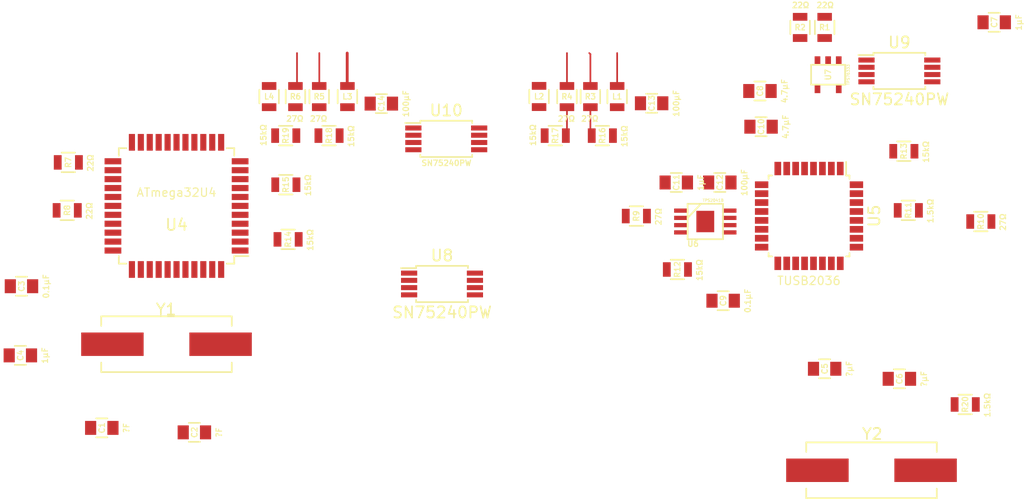
<source format=kicad_pcb>
(kicad_pcb (version 4) (host pcbnew "(2014-12-04 BZR 5312)-product")

  (general
    (links 129)
    (no_connects 127)
    (area 138.920999 70.056 231.164 115.971)
    (thickness 1.6)
    (drawings 0)
    (tracks 18)
    (zones 0)
    (modules 47)
    (nets 65)
  )

  (page A4)
  (layers
    (0 F.Cu signal)
    (31 B.Cu signal)
    (32 B.Adhes user)
    (33 F.Adhes user)
    (34 B.Paste user)
    (35 F.Paste user)
    (36 B.SilkS user)
    (37 F.SilkS user)
    (38 B.Mask user)
    (39 F.Mask user)
    (40 Dwgs.User user)
    (41 Cmts.User user)
    (42 Eco1.User user)
    (43 Eco2.User user)
    (44 Edge.Cuts user)
    (45 Margin user)
    (46 B.CrtYd user)
    (47 F.CrtYd user)
    (48 B.Fab user)
    (49 F.Fab user)
  )

  (setup
    (last_trace_width 0.254)
    (user_trace_width 0.1524)
    (user_trace_width 0.1778)
    (user_trace_width 0.2032)
    (user_trace_width 0.2286)
    (user_trace_width 0.254)
    (user_trace_width 0.2794)
    (trace_clearance 0.254)
    (zone_clearance 0.508)
    (zone_45_only no)
    (trace_min 0.1524)
    (segment_width 0.2)
    (edge_width 0.1)
    (via_size 0.889)
    (via_drill 0.635)
    (via_min_size 0.6858)
    (via_min_drill 0.3302)
    (uvia_size 0.508)
    (uvia_drill 0.127)
    (uvias_allowed no)
    (uvia_min_size 0.508)
    (uvia_min_drill 0.127)
    (pcb_text_width 0.3)
    (pcb_text_size 1.5 1.5)
    (mod_edge_width 0.15)
    (mod_text_size 1 1)
    (mod_text_width 0.15)
    (pad_size 1.5 1.5)
    (pad_drill 0.6)
    (pad_to_mask_clearance 0)
    (aux_axis_origin 0 0)
    (visible_elements 7FFFFFFF)
    (pcbplotparams
      (layerselection 0x00030_80000001)
      (usegerberextensions false)
      (excludeedgelayer true)
      (linewidth 0.100000)
      (plotframeref false)
      (viasonmask false)
      (mode 1)
      (useauxorigin false)
      (hpglpennumber 1)
      (hpglpenspeed 20)
      (hpglpendiameter 15)
      (hpglpenoverlay 2)
      (psnegative false)
      (psa4output false)
      (plotreference true)
      (plotvalue true)
      (plotinvisibletext false)
      (padsonsilk false)
      (subtractmaskfromsilk false)
      (outputformat 1)
      (mirror false)
      (drillshape 1)
      (scaleselection 1)
      (outputdirectory ""))
  )

  (net 0 "")
  (net 1 "Net-(C1-Pad1)")
  (net 2 GND)
  (net 3 "Net-(C2-Pad1)")
  (net 4 "Net-(C3-Pad1)")
  (net 5 "Net-(C4-Pad1)")
  (net 6 "Net-(C5-Pad2)")
  (net 7 "Net-(C6-Pad2)")
  (net 8 +5V)
  (net 9 +3V3)
  (net 10 "Net-(C9-Pad2)")
  (net 11 /VUSB1)
  (net 12 /VUSB2)
  (net 13 /VUSB3)
  (net 14 "Net-(L1-Pad2)")
  (net 15 "Net-(L3-Pad1)")
  (net 16 "Net-(R1-Pad1)")
  (net 17 "Net-(R1-Pad2)")
  (net 18 "Net-(R11-Pad1)")
  (net 19 "Net-(R2-Pad2)")
  (net 20 /DM2)
  (net 21 /DP2)
  (net 22 /DM3)
  (net 23 /DP3)
  (net 24 "Net-(R7-Pad1)")
  (net 25 /KBDP)
  (net 26 "Net-(R8-Pad1)")
  (net 27 /KBDM)
  (net 28 "Net-(R11-Pad2)")
  (net 29 "Net-(R12-Pad1)")
  (net 30 3V3)
  (net 31 "Net-(R20-Pad2)")
  (net 32 /col14)
  (net 33 /row0)
  (net 34 /row1)
  (net 35 /row2)
  (net 36 /row3)
  (net 37 /col2)
  (net 38 "Net-(SWR1-Pad2)")
  (net 39 /col5)
  (net 40 /col6)
  (net 41 /col7)
  (net 42 /col8)
  (net 43 /col10)
  (net 44 /col9)
  (net 45 /col11)
  (net 46 /col12)
  (net 47 /row4)
  (net 48 /col0)
  (net 49 /col1)
  (net 50 /col3)
  (net 51 /col4)
  (net 52 /col13)
  (net 53 "Net-(U4-Pad36)")
  (net 54 "Net-(U4-Pad37)")
  (net 55 "Net-(U4-Pad38)")
  (net 56 "Net-(U4-Pad39)")
  (net 57 "Net-(U4-Pad40)")
  (net 58 "Net-(U4-Pad41)")
  (net 59 "Net-(U5-Pad5)")
  (net 60 "Net-(U5-Pad13)")
  (net 61 "Net-(U5-Pad32)")
  (net 62 "Net-(U7-Pad4)")
  (net 63 "Net-(U9-Pad6)")
  (net 64 "Net-(U9-Pad8)")

  (net_class Default "This is the default net class."
    (clearance 0.254)
    (trace_width 0.254)
    (via_dia 0.889)
    (via_drill 0.635)
    (uvia_dia 0.508)
    (uvia_drill 0.127)
  )

  (net_class OSHParkMin ""
    (clearance 0.1524)
    (trace_width 0.1524)
    (via_dia 0.6858)
    (via_drill 0.3302)
    (uvia_dia 0.508)
    (uvia_drill 0.127)
    (add_net +3V3)
    (add_net +5V)
    (add_net /DM2)
    (add_net /DM3)
    (add_net /DP2)
    (add_net /DP3)
    (add_net /KBDM)
    (add_net /KBDP)
    (add_net /VUSB1)
    (add_net /VUSB2)
    (add_net /VUSB3)
    (add_net /col0)
    (add_net /col1)
    (add_net /col10)
    (add_net /col11)
    (add_net /col12)
    (add_net /col13)
    (add_net /col14)
    (add_net /col2)
    (add_net /col3)
    (add_net /col4)
    (add_net /col5)
    (add_net /col6)
    (add_net /col7)
    (add_net /col8)
    (add_net /col9)
    (add_net /row0)
    (add_net /row1)
    (add_net /row2)
    (add_net /row3)
    (add_net /row4)
    (add_net 3V3)
    (add_net GND)
    (add_net "Net-(C1-Pad1)")
    (add_net "Net-(C2-Pad1)")
    (add_net "Net-(C3-Pad1)")
    (add_net "Net-(C4-Pad1)")
    (add_net "Net-(C5-Pad2)")
    (add_net "Net-(C6-Pad2)")
    (add_net "Net-(C9-Pad2)")
    (add_net "Net-(L1-Pad2)")
    (add_net "Net-(L3-Pad1)")
    (add_net "Net-(R1-Pad1)")
    (add_net "Net-(R1-Pad2)")
    (add_net "Net-(R11-Pad1)")
    (add_net "Net-(R11-Pad2)")
    (add_net "Net-(R12-Pad1)")
    (add_net "Net-(R2-Pad2)")
    (add_net "Net-(R20-Pad2)")
    (add_net "Net-(R7-Pad1)")
    (add_net "Net-(R8-Pad1)")
    (add_net "Net-(SWR1-Pad2)")
    (add_net "Net-(U4-Pad36)")
    (add_net "Net-(U4-Pad37)")
    (add_net "Net-(U4-Pad38)")
    (add_net "Net-(U4-Pad39)")
    (add_net "Net-(U4-Pad40)")
    (add_net "Net-(U4-Pad41)")
    (add_net "Net-(U5-Pad13)")
    (add_net "Net-(U5-Pad32)")
    (add_net "Net-(U5-Pad5)")
    (add_net "Net-(U7-Pad4)")
    (add_net "Net-(U9-Pad6)")
    (add_net "Net-(U9-Pad8)")
  )

  (module Housings_QFP:TQFP-44_10x10mm_Pitch0.8mm (layer F.Cu) (tedit 54F7C0CC) (tstamp 54F653A0)
    (at 155 88.8 180)
    (descr "44-Lead Plastic Thin Quad Flatpack (PT) - 10x10x1.0 mm Body [TQFP] (see Microchip Packaging Specification 00000049BS.pdf)")
    (tags "QFP 0.8")
    (path /54A4E766)
    (attr smd)
    (fp_text reference U4 (at 0 -1.7 180) (layer F.SilkS)
      (effects (font (size 1 1) (thickness 0.15)))
    )
    (fp_text value ATmega32U4 (at 0 1.2 180) (layer F.SilkS)
      (effects (font (size 0.75 0.75) (thickness 0.1)))
    )
    (fp_line (start -6.7 -6.7) (end -6.7 6.7) (layer F.CrtYd) (width 0.05))
    (fp_line (start 6.7 -6.7) (end 6.7 6.7) (layer F.CrtYd) (width 0.05))
    (fp_line (start -6.7 -6.7) (end 6.7 -6.7) (layer F.CrtYd) (width 0.05))
    (fp_line (start -6.7 6.7) (end 6.7 6.7) (layer F.CrtYd) (width 0.05))
    (fp_line (start -5.175 -5.175) (end -5.175 -4.5) (layer F.SilkS) (width 0.15))
    (fp_line (start 5.175 -5.175) (end 5.175 -4.5) (layer F.SilkS) (width 0.15))
    (fp_line (start 5.175 5.175) (end 5.175 4.5) (layer F.SilkS) (width 0.15))
    (fp_line (start -5.175 5.175) (end -5.175 4.5) (layer F.SilkS) (width 0.15))
    (fp_line (start -5.175 -5.175) (end -4.5 -5.175) (layer F.SilkS) (width 0.15))
    (fp_line (start -5.175 5.175) (end -4.5 5.175) (layer F.SilkS) (width 0.15))
    (fp_line (start 5.175 5.175) (end 4.5 5.175) (layer F.SilkS) (width 0.15))
    (fp_line (start 5.175 -5.175) (end 4.5 -5.175) (layer F.SilkS) (width 0.15))
    (fp_line (start -5.175 -4.5) (end -6.45 -4.5) (layer F.SilkS) (width 0.15))
    (pad 1 smd rect (at -5.7 -4 180) (size 1.5 0.55) (layers F.Cu F.Paste F.Mask)
      (net 32 /col14))
    (pad 2 smd rect (at -5.7 -3.2 180) (size 1.5 0.55) (layers F.Cu F.Paste F.Mask)
      (net 11 /VUSB1))
    (pad 3 smd rect (at -5.7 -2.4 180) (size 1.5 0.55) (layers F.Cu F.Paste F.Mask)
      (net 26 "Net-(R8-Pad1)"))
    (pad 4 smd rect (at -5.7 -1.6 180) (size 1.5 0.55) (layers F.Cu F.Paste F.Mask)
      (net 24 "Net-(R7-Pad1)"))
    (pad 5 smd rect (at -5.7 -0.8 180) (size 1.5 0.55) (layers F.Cu F.Paste F.Mask)
      (net 2 GND))
    (pad 6 smd rect (at -5.7 0 180) (size 1.5 0.55) (layers F.Cu F.Paste F.Mask)
      (net 5 "Net-(C4-Pad1)"))
    (pad 7 smd rect (at -5.7 0.8 180) (size 1.5 0.55) (layers F.Cu F.Paste F.Mask)
      (net 11 /VUSB1))
    (pad 8 smd rect (at -5.7 1.6 180) (size 1.5 0.55) (layers F.Cu F.Paste F.Mask)
      (net 33 /row0))
    (pad 9 smd rect (at -5.7 2.4 180) (size 1.5 0.55) (layers F.Cu F.Paste F.Mask)
      (net 34 /row1))
    (pad 10 smd rect (at -5.7 3.2 180) (size 1.5 0.55) (layers F.Cu F.Paste F.Mask)
      (net 35 /row2))
    (pad 11 smd rect (at -5.7 4 180) (size 1.5 0.55) (layers F.Cu F.Paste F.Mask)
      (net 36 /row3))
    (pad 12 smd rect (at -4 5.7 270) (size 1.5 0.55) (layers F.Cu F.Paste F.Mask)
      (net 37 /col2))
    (pad 13 smd rect (at -3.2 5.7 270) (size 1.5 0.55) (layers F.Cu F.Paste F.Mask)
      (net 38 "Net-(SWR1-Pad2)"))
    (pad 14 smd rect (at -2.4 5.7 270) (size 1.5 0.55) (layers F.Cu F.Paste F.Mask)
      (net 11 /VUSB1))
    (pad 15 smd rect (at -1.6 5.7 270) (size 1.5 0.55) (layers F.Cu F.Paste F.Mask)
      (net 2 GND))
    (pad 16 smd rect (at -0.8 5.7 270) (size 1.5 0.55) (layers F.Cu F.Paste F.Mask)
      (net 3 "Net-(C2-Pad1)"))
    (pad 17 smd rect (at 0 5.7 270) (size 1.5 0.55) (layers F.Cu F.Paste F.Mask)
      (net 1 "Net-(C1-Pad1)"))
    (pad 18 smd rect (at 0.8 5.7 270) (size 1.5 0.55) (layers F.Cu F.Paste F.Mask)
      (net 39 /col5))
    (pad 19 smd rect (at 1.6 5.7 270) (size 1.5 0.55) (layers F.Cu F.Paste F.Mask)
      (net 40 /col6))
    (pad 20 smd rect (at 2.4 5.7 270) (size 1.5 0.55) (layers F.Cu F.Paste F.Mask)
      (net 41 /col7))
    (pad 21 smd rect (at 3.2 5.7 270) (size 1.5 0.55) (layers F.Cu F.Paste F.Mask)
      (net 42 /col8))
    (pad 22 smd rect (at 4 5.7 270) (size 1.5 0.55) (layers F.Cu F.Paste F.Mask)
      (net 43 /col10))
    (pad 23 smd rect (at 5.7 4 180) (size 1.5 0.55) (layers F.Cu F.Paste F.Mask)
      (net 2 GND))
    (pad 24 smd rect (at 5.7 3.2 180) (size 1.5 0.55) (layers F.Cu F.Paste F.Mask)
      (net 11 /VUSB1))
    (pad 25 smd rect (at 5.7 2.4 180) (size 1.5 0.55) (layers F.Cu F.Paste F.Mask)
      (net 44 /col9))
    (pad 26 smd rect (at 5.7 1.6 180) (size 1.5 0.55) (layers F.Cu F.Paste F.Mask)
      (net 45 /col11))
    (pad 27 smd rect (at 5.7 0.8 180) (size 1.5 0.55) (layers F.Cu F.Paste F.Mask)
      (net 46 /col12))
    (pad 28 smd rect (at 5.7 0 180) (size 1.5 0.55) (layers F.Cu F.Paste F.Mask)
      (net 47 /row4))
    (pad 29 smd rect (at 5.7 -0.8 180) (size 1.5 0.55) (layers F.Cu F.Paste F.Mask)
      (net 48 /col0))
    (pad 30 smd rect (at 5.7 -1.6 180) (size 1.5 0.55) (layers F.Cu F.Paste F.Mask)
      (net 49 /col1))
    (pad 31 smd rect (at 5.7 -2.4 180) (size 1.5 0.55) (layers F.Cu F.Paste F.Mask)
      (net 50 /col3))
    (pad 32 smd rect (at 5.7 -3.2 180) (size 1.5 0.55) (layers F.Cu F.Paste F.Mask)
      (net 51 /col4))
    (pad 33 smd rect (at 5.7 -4 180) (size 1.5 0.55) (layers F.Cu F.Paste F.Mask)
      (net 52 /col13))
    (pad 34 smd rect (at 4 -5.7 270) (size 1.5 0.55) (layers F.Cu F.Paste F.Mask)
      (net 11 /VUSB1))
    (pad 35 smd rect (at 3.2 -5.7 270) (size 1.5 0.55) (layers F.Cu F.Paste F.Mask)
      (net 2 GND))
    (pad 36 smd rect (at 2.4 -5.7 270) (size 1.5 0.55) (layers F.Cu F.Paste F.Mask)
      (net 53 "Net-(U4-Pad36)"))
    (pad 37 smd rect (at 1.6 -5.7 270) (size 1.5 0.55) (layers F.Cu F.Paste F.Mask)
      (net 54 "Net-(U4-Pad37)"))
    (pad 38 smd rect (at 0.8 -5.7 270) (size 1.5 0.55) (layers F.Cu F.Paste F.Mask)
      (net 55 "Net-(U4-Pad38)"))
    (pad 39 smd rect (at 0 -5.7 270) (size 1.5 0.55) (layers F.Cu F.Paste F.Mask)
      (net 56 "Net-(U4-Pad39)"))
    (pad 40 smd rect (at -0.8 -5.7 270) (size 1.5 0.55) (layers F.Cu F.Paste F.Mask)
      (net 57 "Net-(U4-Pad40)"))
    (pad 41 smd rect (at -1.6 -5.7 270) (size 1.5 0.55) (layers F.Cu F.Paste F.Mask)
      (net 58 "Net-(U4-Pad41)"))
    (pad 42 smd rect (at -2.4 -5.7 270) (size 1.5 0.55) (layers F.Cu F.Paste F.Mask)
      (net 4 "Net-(C3-Pad1)"))
    (pad 43 smd rect (at -3.2 -5.7 270) (size 1.5 0.55) (layers F.Cu F.Paste F.Mask)
      (net 2 GND))
    (pad 44 smd rect (at -4 -5.7 270) (size 1.5 0.55) (layers F.Cu F.Paste F.Mask)
      (net 11 /VUSB1))
    (model Housings_QFP/TQFP-44_10x10mm_Pitch0.8mm.wrl
      (at (xyz 0 0 0))
      (scale (xyz 1 1 1))
      (rotate (xyz 0 0 0))
    )
  )

  (module Housings_QFP:LQFP-32_7x7mm_Pitch0.8mm (layer F.Cu) (tedit 54FCFD16) (tstamp 54FCFE19)
    (at 211.7 89.7 270)
    (descr "LQFP32: plastic low profile quad flat package; 32 leads; body 7 x 7 x 1.4 mm (see NXP sot358-1_po.pdf and sot358-1_fr.pdf)")
    (tags "QFP 0.8")
    (path /54A4817C)
    (attr smd)
    (fp_text reference U5 (at 0 -5.85 270) (layer F.SilkS)
      (effects (font (size 1 1) (thickness 0.15)))
    )
    (fp_text value TUSB2036 (at 5.81 0.01 360) (layer F.SilkS)
      (effects (font (size 0.75 0.75) (thickness 0.1)))
    )
    (fp_line (start -5.1 -5.1) (end -5.1 5.1) (layer F.CrtYd) (width 0.05))
    (fp_line (start 5.1 -5.1) (end 5.1 5.1) (layer F.CrtYd) (width 0.05))
    (fp_line (start -5.1 -5.1) (end 5.1 -5.1) (layer F.CrtYd) (width 0.05))
    (fp_line (start -5.1 5.1) (end 5.1 5.1) (layer F.CrtYd) (width 0.05))
    (fp_line (start -3.625 -3.625) (end -3.625 -3.325) (layer F.SilkS) (width 0.15))
    (fp_line (start 3.625 -3.625) (end 3.625 -3.325) (layer F.SilkS) (width 0.15))
    (fp_line (start 3.625 3.625) (end 3.625 3.325) (layer F.SilkS) (width 0.15))
    (fp_line (start -3.625 3.625) (end -3.625 3.325) (layer F.SilkS) (width 0.15))
    (fp_line (start -3.625 -3.625) (end -3.325 -3.625) (layer F.SilkS) (width 0.15))
    (fp_line (start -3.625 3.625) (end -3.325 3.625) (layer F.SilkS) (width 0.15))
    (fp_line (start 3.625 3.625) (end 3.325 3.625) (layer F.SilkS) (width 0.15))
    (fp_line (start 3.625 -3.625) (end 3.325 -3.625) (layer F.SilkS) (width 0.15))
    (fp_line (start -3.625 -3.325) (end -4.85 -3.325) (layer F.SilkS) (width 0.15))
    (pad 1 smd rect (at -4.25 -2.8 270) (size 1.2 0.6) (layers F.Cu F.Paste F.Mask)
      (net 18 "Net-(R11-Pad1)"))
    (pad 2 smd rect (at -4.25 -2 270) (size 1.2 0.6) (layers F.Cu F.Paste F.Mask)
      (net 16 "Net-(R1-Pad1)"))
    (pad 3 smd rect (at -4.25 -1.2 270) (size 1.2 0.6) (layers F.Cu F.Paste F.Mask)
      (net 9 +3V3))
    (pad 4 smd rect (at -4.25 -0.4 270) (size 1.2 0.6) (layers F.Cu F.Paste F.Mask)
      (net 10 "Net-(C9-Pad2)"))
    (pad 5 smd rect (at -4.25 0.4 270) (size 1.2 0.6) (layers F.Cu F.Paste F.Mask)
      (net 59 "Net-(U5-Pad5)"))
    (pad 6 smd rect (at -4.25 1.2 270) (size 1.2 0.6) (layers F.Cu F.Paste F.Mask)
      (net 2 GND))
    (pad 7 smd rect (at -4.25 2 270) (size 1.2 0.6) (layers F.Cu F.Paste F.Mask)
      (net 2 GND))
    (pad 8 smd rect (at -4.25 2.8 270) (size 1.2 0.6) (layers F.Cu F.Paste F.Mask)
      (net 2 GND))
    (pad 9 smd rect (at -2.8 4.25) (size 1.2 0.6) (layers F.Cu F.Paste F.Mask)
      (net 60 "Net-(U5-Pad13)"))
    (pad 10 smd rect (at -2 4.25) (size 1.2 0.6) (layers F.Cu F.Paste F.Mask)
      (net 29 "Net-(R12-Pad1)"))
    (pad 11 smd rect (at -1.2 4.25) (size 1.2 0.6) (layers F.Cu F.Paste F.Mask)
      (net 27 /KBDM))
    (pad 12 smd rect (at -0.4 4.25) (size 1.2 0.6) (layers F.Cu F.Paste F.Mask)
      (net 25 /KBDP))
    (pad 13 smd rect (at 0.4 4.25) (size 1.2 0.6) (layers F.Cu F.Paste F.Mask)
      (net 60 "Net-(U5-Pad13)"))
    (pad 14 smd rect (at 1.2 4.25) (size 1.2 0.6) (layers F.Cu F.Paste F.Mask)
      (net 29 "Net-(R12-Pad1)"))
    (pad 15 smd rect (at 2 4.25) (size 1.2 0.6) (layers F.Cu F.Paste F.Mask)
      (net 20 /DM2))
    (pad 16 smd rect (at 2.8 4.25) (size 1.2 0.6) (layers F.Cu F.Paste F.Mask)
      (net 21 /DP2))
    (pad 17 smd rect (at 4.25 2.8 270) (size 1.2 0.6) (layers F.Cu F.Paste F.Mask)
      (net 60 "Net-(U5-Pad13)"))
    (pad 18 smd rect (at 4.25 2 270) (size 1.2 0.6) (layers F.Cu F.Paste F.Mask)
      (net 29 "Net-(R12-Pad1)"))
    (pad 19 smd rect (at 4.25 1.2 270) (size 1.2 0.6) (layers F.Cu F.Paste F.Mask)
      (net 22 /DM3))
    (pad 20 smd rect (at 4.25 0.4 270) (size 1.2 0.6) (layers F.Cu F.Paste F.Mask)
      (net 23 /DP3))
    (pad 21 smd rect (at 4.25 -0.4 270) (size 1.2 0.6) (layers F.Cu F.Paste F.Mask)
      (net 2 GND))
    (pad 22 smd rect (at 4.25 -1.2 270) (size 1.2 0.6) (layers F.Cu F.Paste F.Mask)
      (net 2 GND))
    (pad 23 smd rect (at 4.25 -2 270) (size 1.2 0.6) (layers F.Cu F.Paste F.Mask)
      (net 9 +3V3))
    (pad 24 smd rect (at 4.25 -2.8 270) (size 1.2 0.6) (layers F.Cu F.Paste F.Mask)
      (net 2 GND))
    (pad 25 smd rect (at 2.8 -4.25) (size 1.2 0.6) (layers F.Cu F.Paste F.Mask)
      (net 9 +3V3))
    (pad 26 smd rect (at 2 -4.25) (size 1.2 0.6) (layers F.Cu F.Paste F.Mask)
      (net 9 +3V3))
    (pad 27 smd rect (at 1.2 -4.25) (size 1.2 0.6) (layers F.Cu F.Paste F.Mask)
      (net 28 "Net-(R11-Pad2)"))
    (pad 28 smd rect (at 0.4 -4.25) (size 1.2 0.6) (layers F.Cu F.Paste F.Mask)
      (net 2 GND))
    (pad 29 smd rect (at -0.4 -4.25) (size 1.2 0.6) (layers F.Cu F.Paste F.Mask)
      (net 31 "Net-(R20-Pad2)"))
    (pad 30 smd rect (at -1.2 -4.25) (size 1.2 0.6) (layers F.Cu F.Paste F.Mask)
      (net 7 "Net-(C6-Pad2)"))
    (pad 31 smd rect (at -2 -4.25) (size 1.2 0.6) (layers F.Cu F.Paste F.Mask)
      (net 2 GND))
    (pad 32 smd rect (at -2.8 -4.25) (size 1.2 0.6) (layers F.Cu F.Paste F.Mask)
      (net 61 "Net-(U5-Pad32)"))
    (model Housings_QFP/LQFP-32_7x7mm_Pitch0.8mm.wrl
      (at (xyz 0 0 0))
      (scale (xyz 1 1 1))
      (rotate (xyz 0 0 0))
    )
  )

  (module Keyboard:MSOP-8-PowerPad (layer F.Cu) (tedit 54F653AA) (tstamp 54F653E3)
    (at 202.4 90.2 270)
    (path /54A48438)
    (fp_text reference U6 (at 2 1.1 360) (layer F.SilkS)
      (effects (font (size 0.5 0.5) (thickness 0.1)))
    )
    (fp_text value TPS2041B (at -1.9 -0.7 360) (layer F.SilkS)
      (effects (font (size 0.25 0.25) (thickness 0.05)))
    )
    (fp_line (start -0.3175 1.5875) (end -1.5875 0.381) (layer F.SilkS) (width 0.15))
    (fp_line (start -1.5875 1.5875) (end 1.5875 1.5875) (layer F.SilkS) (width 0.15))
    (fp_line (start 1.5875 1.5875) (end 1.5875 -1.5875) (layer F.SilkS) (width 0.15))
    (fp_line (start 1.5875 -1.5875) (end -1.5875 -1.5875) (layer F.SilkS) (width 0.15))
    (fp_line (start -1.5875 -1.5875) (end -1.5875 1.5875) (layer F.SilkS) (width 0.15))
    (pad 1 smd rect (at -0.97536 2.159 270) (size 0.381 1.27) (layers F.Cu F.Paste F.Mask)
      (net 2 GND))
    (pad 2 smd rect (at -0.32512 2.159 270) (size 0.381 1.27) (layers F.Cu F.Paste F.Mask)
      (net 8 +5V))
    (pad 3 smd rect (at 0.32512 2.159 270) (size 0.381 1.27) (layers F.Cu F.Paste F.Mask)
      (net 8 +5V))
    (pad 4 smd rect (at 0.97536 2.159 270) (size 0.381 1.27) (layers F.Cu F.Paste F.Mask)
      (net 60 "Net-(U5-Pad13)"))
    (pad 5 smd rect (at 0.97536 -2.159 270) (size 0.381 1.27) (layers F.Cu F.Paste F.Mask)
      (net 29 "Net-(R12-Pad1)"))
    (pad 6 smd rect (at 0.32512 -2.159 270) (size 0.381 1.27) (layers F.Cu F.Paste F.Mask)
      (net 11 /VUSB1))
    (pad 7 smd rect (at -0.32512 -2.159 270) (size 0.381 1.27) (layers F.Cu F.Paste F.Mask)
      (net 12 /VUSB2))
    (pad 8 smd rect (at -0.97536 -2.159 270) (size 0.381 1.27) (layers F.Cu F.Paste F.Mask)
      (net 13 /VUSB3))
    (pad Thrm smd rect (at 0 0 270) (size 1.92 1.6) (layers F.Cu F.Paste F.Mask))
    (model SMD_Packages/MSOP-8.wrl
      (at (xyz 0 0 0.001))
      (scale (xyz 0.3937 0.3937 0.3937))
      (rotate (xyz 0 0 0))
    )
  )

  (module Housings_SOT-23_SOT-143_TSOT-6:SOT-23-5 (layer F.Cu) (tedit 54F653E0) (tstamp 54F659AB)
    (at 213.41 77.04 180)
    (path /54A76F4A)
    (attr smd)
    (fp_text reference U7 (at 0 0 270) (layer F.SilkS)
      (effects (font (size 0.5 0.5) (thickness 0.1)))
    )
    (fp_text value TPS76333 (at -1.8 0 270) (layer F.SilkS)
      (effects (font (size 0.25 0.25) (thickness 0.05)))
    )
    (fp_line (start 1.524 -0.889) (end 1.524 0.889) (layer F.SilkS) (width 0.15))
    (fp_line (start 1.524 0.889) (end -1.524 0.889) (layer F.SilkS) (width 0.15))
    (fp_line (start -1.524 0.889) (end -1.524 -0.889) (layer F.SilkS) (width 0.15))
    (fp_line (start -1.524 -0.889) (end 1.524 -0.889) (layer F.SilkS) (width 0.15))
    (pad 1 smd rect (at -0.9525 1.27 180) (size 0.508 0.762) (layers F.Cu F.Paste F.Mask)
      (net 8 +5V))
    (pad 3 smd rect (at 0.9525 1.27 180) (size 0.508 0.762) (layers F.Cu F.Paste F.Mask)
      (net 8 +5V))
    (pad 5 smd rect (at -0.9525 -1.27 180) (size 0.508 0.762) (layers F.Cu F.Paste F.Mask)
      (net 9 +3V3))
    (pad 2 smd rect (at 0 1.27 180) (size 0.508 0.762) (layers F.Cu F.Paste F.Mask)
      (net 2 GND))
    (pad 4 smd rect (at 0.9525 -1.27 180) (size 0.508 0.762) (layers F.Cu F.Paste F.Mask)
      (net 62 "Net-(U7-Pad4)"))
    (model Housings_SOT-23_SOT-143_TSOT-6/SOT-23-5.wrl
      (at (xyz 0 0 0))
      (scale (xyz 0.11 0.11 0.11))
      (rotate (xyz 0 0 0))
    )
  )

  (module Housings_SSOP:TSSOP-8_4.4x3mm_Pitch0.65mm (layer F.Cu) (tedit 54130A77) (tstamp 54F65407)
    (at 178.8 95.8)
    (descr "8-Lead Plastic Thin Shrink Small Outline (ST)-4.4 mm Body [TSSOP] (see Microchip Packaging Specification 00000049BS.pdf)")
    (tags "SSOP 0.65")
    (path /54B42A63)
    (attr smd)
    (fp_text reference U8 (at 0 -2.55) (layer F.SilkS)
      (effects (font (size 1 1) (thickness 0.15)))
    )
    (fp_text value SN75240PW (at 0 2.55) (layer F.SilkS)
      (effects (font (size 1 1) (thickness 0.15)))
    )
    (fp_line (start -3.95 -1.8) (end -3.95 1.8) (layer F.CrtYd) (width 0.05))
    (fp_line (start 3.95 -1.8) (end 3.95 1.8) (layer F.CrtYd) (width 0.05))
    (fp_line (start -3.95 -1.8) (end 3.95 -1.8) (layer F.CrtYd) (width 0.05))
    (fp_line (start -3.95 1.8) (end 3.95 1.8) (layer F.CrtYd) (width 0.05))
    (fp_line (start -2.325 -1.625) (end -2.325 -1.425) (layer F.SilkS) (width 0.15))
    (fp_line (start 2.325 -1.625) (end 2.325 -1.425) (layer F.SilkS) (width 0.15))
    (fp_line (start 2.325 1.625) (end 2.325 1.425) (layer F.SilkS) (width 0.15))
    (fp_line (start -2.325 1.625) (end -2.325 1.425) (layer F.SilkS) (width 0.15))
    (fp_line (start -2.325 -1.625) (end 2.325 -1.625) (layer F.SilkS) (width 0.15))
    (fp_line (start -2.325 1.625) (end 2.325 1.625) (layer F.SilkS) (width 0.15))
    (fp_line (start -2.325 -1.425) (end -3.675 -1.425) (layer F.SilkS) (width 0.15))
    (pad 1 smd rect (at -2.95 -0.975) (size 1.45 0.45) (layers F.Cu F.Paste F.Mask)
      (net 2 GND))
    (pad 2 smd rect (at -2.95 -0.325) (size 1.45 0.45) (layers F.Cu F.Paste F.Mask)
      (net 27 /KBDM))
    (pad 3 smd rect (at -2.95 0.325) (size 1.45 0.45) (layers F.Cu F.Paste F.Mask)
      (net 2 GND))
    (pad 4 smd rect (at -2.95 0.975) (size 1.45 0.45) (layers F.Cu F.Paste F.Mask)
      (net 27 /KBDM))
    (pad 5 smd rect (at 2.95 0.975) (size 1.45 0.45) (layers F.Cu F.Paste F.Mask)
      (net 2 GND))
    (pad 6 smd rect (at 2.95 0.325) (size 1.45 0.45) (layers F.Cu F.Paste F.Mask)
      (net 25 /KBDP))
    (pad 7 smd rect (at 2.95 -0.325) (size 1.45 0.45) (layers F.Cu F.Paste F.Mask)
      (net 2 GND))
    (pad 8 smd rect (at 2.95 -0.975) (size 1.45 0.45) (layers F.Cu F.Paste F.Mask)
      (net 25 /KBDP))
    (model Housings_SSOP/TSSOP-8_4.4x3mm_Pitch0.65mm.wrl
      (at (xyz 0 0 0))
      (scale (xyz 1 1 1))
      (rotate (xyz 0 0 0))
    )
  )

  (module Housings_SSOP:TSSOP-8_4.4x3mm_Pitch0.65mm (layer F.Cu) (tedit 54130A77) (tstamp 54F6541E)
    (at 219.8 76.7)
    (descr "8-Lead Plastic Thin Shrink Small Outline (ST)-4.4 mm Body [TSSOP] (see Microchip Packaging Specification 00000049BS.pdf)")
    (tags "SSOP 0.65")
    (path /54B81DD6)
    (attr smd)
    (fp_text reference U9 (at 0 -2.55) (layer F.SilkS)
      (effects (font (size 1 1) (thickness 0.15)))
    )
    (fp_text value SN75240PW (at 0 2.55) (layer F.SilkS)
      (effects (font (size 1 1) (thickness 0.15)))
    )
    (fp_line (start -3.95 -1.8) (end -3.95 1.8) (layer F.CrtYd) (width 0.05))
    (fp_line (start 3.95 -1.8) (end 3.95 1.8) (layer F.CrtYd) (width 0.05))
    (fp_line (start -3.95 -1.8) (end 3.95 -1.8) (layer F.CrtYd) (width 0.05))
    (fp_line (start -3.95 1.8) (end 3.95 1.8) (layer F.CrtYd) (width 0.05))
    (fp_line (start -2.325 -1.625) (end -2.325 -1.425) (layer F.SilkS) (width 0.15))
    (fp_line (start 2.325 -1.625) (end 2.325 -1.425) (layer F.SilkS) (width 0.15))
    (fp_line (start 2.325 1.625) (end 2.325 1.425) (layer F.SilkS) (width 0.15))
    (fp_line (start -2.325 1.625) (end -2.325 1.425) (layer F.SilkS) (width 0.15))
    (fp_line (start -2.325 -1.625) (end 2.325 -1.625) (layer F.SilkS) (width 0.15))
    (fp_line (start -2.325 1.625) (end 2.325 1.625) (layer F.SilkS) (width 0.15))
    (fp_line (start -2.325 -1.425) (end -3.675 -1.425) (layer F.SilkS) (width 0.15))
    (pad 1 smd rect (at -2.95 -0.975) (size 1.45 0.45) (layers F.Cu F.Paste F.Mask)
      (net 2 GND))
    (pad 2 smd rect (at -2.95 -0.325) (size 1.45 0.45) (layers F.Cu F.Paste F.Mask)
      (net 18 "Net-(R11-Pad1)"))
    (pad 3 smd rect (at -2.95 0.325) (size 1.45 0.45) (layers F.Cu F.Paste F.Mask)
      (net 2 GND))
    (pad 4 smd rect (at -2.95 0.975) (size 1.45 0.45) (layers F.Cu F.Paste F.Mask)
      (net 16 "Net-(R1-Pad1)"))
    (pad 5 smd rect (at 2.95 0.975) (size 1.45 0.45) (layers F.Cu F.Paste F.Mask)
      (net 2 GND))
    (pad 6 smd rect (at 2.95 0.325) (size 1.45 0.45) (layers F.Cu F.Paste F.Mask)
      (net 63 "Net-(U9-Pad6)"))
    (pad 7 smd rect (at 2.95 -0.325) (size 1.45 0.45) (layers F.Cu F.Paste F.Mask)
      (net 2 GND))
    (pad 8 smd rect (at 2.95 -0.975) (size 1.45 0.45) (layers F.Cu F.Paste F.Mask)
      (net 64 "Net-(U9-Pad8)"))
    (model Housings_SSOP/TSSOP-8_4.4x3mm_Pitch0.65mm.wrl
      (at (xyz 0 0 0))
      (scale (xyz 1 1 1))
      (rotate (xyz 0 0 0))
    )
  )

  (module Housings_SSOP:TSSOP-8_4.4x3mm_Pitch0.65mm (layer F.Cu) (tedit 54FD02A1) (tstamp 54F65435)
    (at 179.18 82.79)
    (descr "8-Lead Plastic Thin Shrink Small Outline (ST)-4.4 mm Body [TSSOP] (see Microchip Packaging Specification 00000049BS.pdf)")
    (tags "SSOP 0.65")
    (path /54B89510)
    (attr smd)
    (fp_text reference U10 (at 0 -2.55) (layer F.SilkS)
      (effects (font (size 1 1) (thickness 0.15)))
    )
    (fp_text value SN75240PW (at 0.02 2.17) (layer F.SilkS)
      (effects (font (size 0.5 0.5) (thickness 0.1)))
    )
    (fp_line (start -3.95 -1.8) (end -3.95 1.8) (layer F.CrtYd) (width 0.05))
    (fp_line (start 3.95 -1.8) (end 3.95 1.8) (layer F.CrtYd) (width 0.05))
    (fp_line (start -3.95 -1.8) (end 3.95 -1.8) (layer F.CrtYd) (width 0.05))
    (fp_line (start -3.95 1.8) (end 3.95 1.8) (layer F.CrtYd) (width 0.05))
    (fp_line (start -2.325 -1.625) (end -2.325 -1.425) (layer F.SilkS) (width 0.15))
    (fp_line (start 2.325 -1.625) (end 2.325 -1.425) (layer F.SilkS) (width 0.15))
    (fp_line (start 2.325 1.625) (end 2.325 1.425) (layer F.SilkS) (width 0.15))
    (fp_line (start -2.325 1.625) (end -2.325 1.425) (layer F.SilkS) (width 0.15))
    (fp_line (start -2.325 -1.625) (end 2.325 -1.625) (layer F.SilkS) (width 0.15))
    (fp_line (start -2.325 1.625) (end 2.325 1.625) (layer F.SilkS) (width 0.15))
    (fp_line (start -2.325 -1.425) (end -3.675 -1.425) (layer F.SilkS) (width 0.15))
    (pad 1 smd rect (at -2.95 -0.975) (size 1.45 0.45) (layers F.Cu F.Paste F.Mask)
      (net 2 GND))
    (pad 2 smd rect (at -2.95 -0.325) (size 1.45 0.45) (layers F.Cu F.Paste F.Mask)
      (net 22 /DM3))
    (pad 3 smd rect (at -2.95 0.325) (size 1.45 0.45) (layers F.Cu F.Paste F.Mask)
      (net 2 GND))
    (pad 4 smd rect (at -2.95 0.975) (size 1.45 0.45) (layers F.Cu F.Paste F.Mask)
      (net 23 /DP3))
    (pad 5 smd rect (at 2.95 0.975) (size 1.45 0.45) (layers F.Cu F.Paste F.Mask)
      (net 2 GND))
    (pad 6 smd rect (at 2.95 0.325) (size 1.45 0.45) (layers F.Cu F.Paste F.Mask)
      (net 20 /DM2))
    (pad 7 smd rect (at 2.95 -0.325) (size 1.45 0.45) (layers F.Cu F.Paste F.Mask)
      (net 2 GND))
    (pad 8 smd rect (at 2.95 -0.975) (size 1.45 0.45) (layers F.Cu F.Paste F.Mask)
      (net 21 /DP2))
    (model Housings_SSOP/TSSOP-8_4.4x3mm_Pitch0.65mm.wrl
      (at (xyz 0 0 0))
      (scale (xyz 1 1 1))
      (rotate (xyz 0 0 0))
    )
  )

  (module Crystals:Crystal_HC49-SD_SMD (layer F.Cu) (tedit 54F65665) (tstamp 54F65444)
    (at 154.1 101.2)
    (descr "Crystal, Quarz, HC49-SD, SMD,")
    (tags "Crystal, Quarz, HC49-SD, SMD,")
    (path /54A5B9CE)
    (attr smd)
    (fp_text reference Y1 (at -0.03121 -3.118) (layer F.SilkS)
      (effects (font (size 1 1) (thickness 0.15)))
    )
    (fp_text value CRYSTAL16MHz (at -0.03121 2.482) (layer F.SilkS) hide
      (effects (font (size 1 1) (thickness 0.15)))
    )
    (fp_circle (center 0 0) (end 0.8509 0) (layer F.Adhes) (width 0.381))
    (fp_circle (center 0 0) (end 0.50038 0) (layer F.Adhes) (width 0.381))
    (fp_circle (center 0 0) (end 0.14986 0.0508) (layer F.Adhes) (width 0.381))
    (fp_line (start -5.84962 2.49936) (end 5.84962 2.49936) (layer F.SilkS) (width 0.15))
    (fp_line (start 5.84962 -2.49936) (end -5.84962 -2.49936) (layer F.SilkS) (width 0.15))
    (fp_line (start 5.84962 2.49936) (end 5.84962 1.651) (layer F.SilkS) (width 0.15))
    (fp_line (start 5.84962 -2.49936) (end 5.84962 -1.651) (layer F.SilkS) (width 0.15))
    (fp_line (start -5.84962 2.49936) (end -5.84962 1.651) (layer F.SilkS) (width 0.15))
    (fp_line (start -5.84962 -2.49936) (end -5.84962 -1.651) (layer F.SilkS) (width 0.15))
    (pad 1 smd rect (at -4.84886 0) (size 5.6007 2.10058) (layers F.Cu F.Paste F.Mask)
      (net 3 "Net-(C2-Pad1)"))
    (pad 2 smd rect (at 4.84886 0) (size 5.6007 2.10058) (layers F.Cu F.Paste F.Mask)
      (net 1 "Net-(C1-Pad1)"))
  )

  (module Crystals:Crystal_HC49-SD_SMD (layer F.Cu) (tedit 54F6549B) (tstamp 54F65453)
    (at 217.3 112.5)
    (descr "Crystal, Quarz, HC49-SD, SMD,")
    (tags "Crystal, Quarz, HC49-SD, SMD,")
    (path /54A596FC)
    (attr smd)
    (fp_text reference Y2 (at 0.06879 -3.258) (layer F.SilkS)
      (effects (font (size 1 1) (thickness 0.15)))
    )
    (fp_text value CRYSTAL6MHz (at 0.26879 2.442) (layer F.SilkS) hide
      (effects (font (size 1 1) (thickness 0.15)))
    )
    (fp_circle (center 0 0) (end 0.8509 0) (layer F.Adhes) (width 0.381))
    (fp_circle (center 0 0) (end 0.50038 0) (layer F.Adhes) (width 0.381))
    (fp_circle (center 0 0) (end 0.14986 0.0508) (layer F.Adhes) (width 0.381))
    (fp_line (start -5.84962 2.49936) (end 5.84962 2.49936) (layer F.SilkS) (width 0.15))
    (fp_line (start 5.84962 -2.49936) (end -5.84962 -2.49936) (layer F.SilkS) (width 0.15))
    (fp_line (start 5.84962 2.49936) (end 5.84962 1.651) (layer F.SilkS) (width 0.15))
    (fp_line (start 5.84962 -2.49936) (end 5.84962 -1.651) (layer F.SilkS) (width 0.15))
    (fp_line (start -5.84962 2.49936) (end -5.84962 1.651) (layer F.SilkS) (width 0.15))
    (fp_line (start -5.84962 -2.49936) (end -5.84962 -1.651) (layer F.SilkS) (width 0.15))
    (pad 1 smd rect (at -4.84886 0) (size 5.6007 2.10058) (layers F.Cu F.Paste F.Mask)
      (net 6 "Net-(C5-Pad2)"))
    (pad 2 smd rect (at 4.84886 0) (size 5.6007 2.10058) (layers F.Cu F.Paste F.Mask)
      (net 7 "Net-(C6-Pad2)"))
  )

  (module Keyboard:R_0805 (layer F.Cu) (tedit 54F7D03C) (tstamp 54F65312)
    (at 225.7 106.6)
    (descr "Resistor SMD 0805, reflow soldering, Vishay (see dcrcw.pdf)")
    (tags "resistor 0805")
    (path /54B85AC9)
    (attr smd)
    (fp_text reference R20 (at 0 0 90) (layer F.SilkS)
      (effects (font (size 0.5 0.5) (thickness 0.1)))
    )
    (fp_text value 1.5kΩ (at 1.99 0.05 90) (layer F.SilkS)
      (effects (font (size 0.5 0.5) (thickness 0.1)))
    )
    (fp_line (start -1.6 -1) (end 1.6 -1) (layer F.CrtYd) (width 0.05))
    (fp_line (start -1.6 1) (end 1.6 1) (layer F.CrtYd) (width 0.05))
    (fp_line (start -1.6 -1) (end -1.6 1) (layer F.CrtYd) (width 0.05))
    (fp_line (start 1.6 -1) (end 1.6 1) (layer F.CrtYd) (width 0.05))
    (fp_line (start 0.6 0.875) (end -0.6 0.875) (layer F.SilkS) (width 0.15))
    (fp_line (start -0.6 -0.875) (end 0.6 -0.875) (layer F.SilkS) (width 0.15))
    (pad 1 smd rect (at -0.95 0) (size 0.7 1.3) (layers F.Cu F.Paste F.Mask)
      (net 6 "Net-(C5-Pad2)"))
    (pad 2 smd rect (at 0.95 0) (size 0.7 1.3) (layers F.Cu F.Paste F.Mask)
      (net 31 "Net-(R20-Pad2)"))
    (model Resistors_SMD/R_0805.wrl
      (at (xyz 0 0 0))
      (scale (xyz 1 1 1))
      (rotate (xyz 0 0 0))
    )
  )

  (module Keyboard:R_0805 (layer F.Cu) (tedit 54F7D03C) (tstamp 54FD09E9)
    (at 164.79 82.5 180)
    (descr "Resistor SMD 0805, reflow soldering, Vishay (see dcrcw.pdf)")
    (tags "resistor 0805")
    (path /54B03D16)
    (attr smd)
    (fp_text reference R19 (at 0 0 270) (layer F.SilkS)
      (effects (font (size 0.5 0.5) (thickness 0.1)))
    )
    (fp_text value 15kΩ (at 1.99 0.05 270) (layer F.SilkS)
      (effects (font (size 0.5 0.5) (thickness 0.1)))
    )
    (fp_line (start -1.6 -1) (end 1.6 -1) (layer F.CrtYd) (width 0.05))
    (fp_line (start -1.6 1) (end 1.6 1) (layer F.CrtYd) (width 0.05))
    (fp_line (start -1.6 -1) (end -1.6 1) (layer F.CrtYd) (width 0.05))
    (fp_line (start 1.6 -1) (end 1.6 1) (layer F.CrtYd) (width 0.05))
    (fp_line (start 0.6 0.875) (end -0.6 0.875) (layer F.SilkS) (width 0.15))
    (fp_line (start -0.6 -0.875) (end 0.6 -0.875) (layer F.SilkS) (width 0.15))
    (pad 1 smd rect (at -0.95 0 180) (size 0.7 1.3) (layers F.Cu F.Paste F.Mask)
      (net 23 /DP3))
    (pad 2 smd rect (at 0.95 0 180) (size 0.7 1.3) (layers F.Cu F.Paste F.Mask)
      (net 2 GND))
    (model Resistors_SMD/R_0805.wrl
      (at (xyz 0 0 0))
      (scale (xyz 1 1 1))
      (rotate (xyz 0 0 0))
    )
  )

  (module Keyboard:R_0805 (layer F.Cu) (tedit 54F7D03C) (tstamp 54F652FA)
    (at 168.67 82.5)
    (descr "Resistor SMD 0805, reflow soldering, Vishay (see dcrcw.pdf)")
    (tags "resistor 0805")
    (path /54B036FF)
    (attr smd)
    (fp_text reference R18 (at 0 0 90) (layer F.SilkS)
      (effects (font (size 0.5 0.5) (thickness 0.1)))
    )
    (fp_text value 15kΩ (at 1.99 0.05 90) (layer F.SilkS)
      (effects (font (size 0.5 0.5) (thickness 0.1)))
    )
    (fp_line (start -1.6 -1) (end 1.6 -1) (layer F.CrtYd) (width 0.05))
    (fp_line (start -1.6 1) (end 1.6 1) (layer F.CrtYd) (width 0.05))
    (fp_line (start -1.6 -1) (end -1.6 1) (layer F.CrtYd) (width 0.05))
    (fp_line (start 1.6 -1) (end 1.6 1) (layer F.CrtYd) (width 0.05))
    (fp_line (start 0.6 0.875) (end -0.6 0.875) (layer F.SilkS) (width 0.15))
    (fp_line (start -0.6 -0.875) (end 0.6 -0.875) (layer F.SilkS) (width 0.15))
    (pad 1 smd rect (at -0.95 0) (size 0.7 1.3) (layers F.Cu F.Paste F.Mask)
      (net 22 /DM3))
    (pad 2 smd rect (at 0.95 0) (size 0.7 1.3) (layers F.Cu F.Paste F.Mask)
      (net 2 GND))
    (model Resistors_SMD/R_0805.wrl
      (at (xyz 0 0 0))
      (scale (xyz 1 1 1))
      (rotate (xyz 0 0 0))
    )
  )

  (module Keyboard:R_0805 (layer F.Cu) (tedit 54F7D03C) (tstamp 54F652EE)
    (at 188.95 82.5 180)
    (descr "Resistor SMD 0805, reflow soldering, Vishay (see dcrcw.pdf)")
    (tags "resistor 0805")
    (path /54B672FD)
    (attr smd)
    (fp_text reference R17 (at 0 0 270) (layer F.SilkS)
      (effects (font (size 0.5 0.5) (thickness 0.1)))
    )
    (fp_text value 15kΩ (at 1.99 0.05 270) (layer F.SilkS)
      (effects (font (size 0.5 0.5) (thickness 0.1)))
    )
    (fp_line (start -1.6 -1) (end 1.6 -1) (layer F.CrtYd) (width 0.05))
    (fp_line (start -1.6 1) (end 1.6 1) (layer F.CrtYd) (width 0.05))
    (fp_line (start -1.6 -1) (end -1.6 1) (layer F.CrtYd) (width 0.05))
    (fp_line (start 1.6 -1) (end 1.6 1) (layer F.CrtYd) (width 0.05))
    (fp_line (start 0.6 0.875) (end -0.6 0.875) (layer F.SilkS) (width 0.15))
    (fp_line (start -0.6 -0.875) (end 0.6 -0.875) (layer F.SilkS) (width 0.15))
    (pad 1 smd rect (at -0.95 0 180) (size 0.7 1.3) (layers F.Cu F.Paste F.Mask)
      (net 21 /DP2))
    (pad 2 smd rect (at 0.95 0 180) (size 0.7 1.3) (layers F.Cu F.Paste F.Mask)
      (net 2 GND))
    (model Resistors_SMD/R_0805.wrl
      (at (xyz 0 0 0))
      (scale (xyz 1 1 1))
      (rotate (xyz 0 0 0))
    )
  )

  (module Keyboard:R_0805 (layer F.Cu) (tedit 54F7D03C) (tstamp 54F652E2)
    (at 193.17 82.5)
    (descr "Resistor SMD 0805, reflow soldering, Vishay (see dcrcw.pdf)")
    (tags "resistor 0805")
    (path /54B672F7)
    (attr smd)
    (fp_text reference R16 (at 0 0 90) (layer F.SilkS)
      (effects (font (size 0.5 0.5) (thickness 0.1)))
    )
    (fp_text value 15kΩ (at 1.99 0.05 90) (layer F.SilkS)
      (effects (font (size 0.5 0.5) (thickness 0.1)))
    )
    (fp_line (start -1.6 -1) (end 1.6 -1) (layer F.CrtYd) (width 0.05))
    (fp_line (start -1.6 1) (end 1.6 1) (layer F.CrtYd) (width 0.05))
    (fp_line (start -1.6 -1) (end -1.6 1) (layer F.CrtYd) (width 0.05))
    (fp_line (start 1.6 -1) (end 1.6 1) (layer F.CrtYd) (width 0.05))
    (fp_line (start 0.6 0.875) (end -0.6 0.875) (layer F.SilkS) (width 0.15))
    (fp_line (start -0.6 -0.875) (end 0.6 -0.875) (layer F.SilkS) (width 0.15))
    (pad 1 smd rect (at -0.95 0) (size 0.7 1.3) (layers F.Cu F.Paste F.Mask)
      (net 20 /DM2))
    (pad 2 smd rect (at 0.95 0) (size 0.7 1.3) (layers F.Cu F.Paste F.Mask)
      (net 2 GND))
    (model Resistors_SMD/R_0805.wrl
      (at (xyz 0 0 0))
      (scale (xyz 1 1 1))
      (rotate (xyz 0 0 0))
    )
  )

  (module Keyboard:R_0805 (layer F.Cu) (tedit 54F7D03C) (tstamp 54F652D6)
    (at 164.8 86.9)
    (descr "Resistor SMD 0805, reflow soldering, Vishay (see dcrcw.pdf)")
    (tags "resistor 0805")
    (path /54B0E077)
    (attr smd)
    (fp_text reference R15 (at 0 0 90) (layer F.SilkS)
      (effects (font (size 0.5 0.5) (thickness 0.1)))
    )
    (fp_text value 15kΩ (at 1.99 0.05 90) (layer F.SilkS)
      (effects (font (size 0.5 0.5) (thickness 0.1)))
    )
    (fp_line (start -1.6 -1) (end 1.6 -1) (layer F.CrtYd) (width 0.05))
    (fp_line (start -1.6 1) (end 1.6 1) (layer F.CrtYd) (width 0.05))
    (fp_line (start -1.6 -1) (end -1.6 1) (layer F.CrtYd) (width 0.05))
    (fp_line (start 1.6 -1) (end 1.6 1) (layer F.CrtYd) (width 0.05))
    (fp_line (start 0.6 0.875) (end -0.6 0.875) (layer F.SilkS) (width 0.15))
    (fp_line (start -0.6 -0.875) (end 0.6 -0.875) (layer F.SilkS) (width 0.15))
    (pad 1 smd rect (at -0.95 0) (size 0.7 1.3) (layers F.Cu F.Paste F.Mask)
      (net 2 GND))
    (pad 2 smd rect (at 0.95 0) (size 0.7 1.3) (layers F.Cu F.Paste F.Mask)
      (net 25 /KBDP))
    (model Resistors_SMD/R_0805.wrl
      (at (xyz 0 0 0))
      (scale (xyz 1 1 1))
      (rotate (xyz 0 0 0))
    )
  )

  (module Keyboard:R_0805 (layer F.Cu) (tedit 54F7D03C) (tstamp 54F652CA)
    (at 165 91.8)
    (descr "Resistor SMD 0805, reflow soldering, Vishay (see dcrcw.pdf)")
    (tags "resistor 0805")
    (path /54B0DF00)
    (attr smd)
    (fp_text reference R14 (at 0 0 90) (layer F.SilkS)
      (effects (font (size 0.5 0.5) (thickness 0.1)))
    )
    (fp_text value 15kΩ (at 1.99 0.05 90) (layer F.SilkS)
      (effects (font (size 0.5 0.5) (thickness 0.1)))
    )
    (fp_line (start -1.6 -1) (end 1.6 -1) (layer F.CrtYd) (width 0.05))
    (fp_line (start -1.6 1) (end 1.6 1) (layer F.CrtYd) (width 0.05))
    (fp_line (start -1.6 -1) (end -1.6 1) (layer F.CrtYd) (width 0.05))
    (fp_line (start 1.6 -1) (end 1.6 1) (layer F.CrtYd) (width 0.05))
    (fp_line (start 0.6 0.875) (end -0.6 0.875) (layer F.SilkS) (width 0.15))
    (fp_line (start -0.6 -0.875) (end 0.6 -0.875) (layer F.SilkS) (width 0.15))
    (pad 1 smd rect (at -0.95 0) (size 0.7 1.3) (layers F.Cu F.Paste F.Mask)
      (net 2 GND))
    (pad 2 smd rect (at 0.95 0) (size 0.7 1.3) (layers F.Cu F.Paste F.Mask)
      (net 27 /KBDM))
    (model Resistors_SMD/R_0805.wrl
      (at (xyz 0 0 0))
      (scale (xyz 1 1 1))
      (rotate (xyz 0 0 0))
    )
  )

  (module Keyboard:R_0805 (layer F.Cu) (tedit 54F7D03C) (tstamp 54F652BE)
    (at 220.2 83.9)
    (descr "Resistor SMD 0805, reflow soldering, Vishay (see dcrcw.pdf)")
    (tags "resistor 0805")
    (path /54AA09D3)
    (attr smd)
    (fp_text reference R13 (at 0 0 90) (layer F.SilkS)
      (effects (font (size 0.5 0.5) (thickness 0.1)))
    )
    (fp_text value 15kΩ (at 1.99 0.05 90) (layer F.SilkS)
      (effects (font (size 0.5 0.5) (thickness 0.1)))
    )
    (fp_line (start -1.6 -1) (end 1.6 -1) (layer F.CrtYd) (width 0.05))
    (fp_line (start -1.6 1) (end 1.6 1) (layer F.CrtYd) (width 0.05))
    (fp_line (start -1.6 -1) (end -1.6 1) (layer F.CrtYd) (width 0.05))
    (fp_line (start 1.6 -1) (end 1.6 1) (layer F.CrtYd) (width 0.05))
    (fp_line (start 0.6 0.875) (end -0.6 0.875) (layer F.SilkS) (width 0.15))
    (fp_line (start -0.6 -0.875) (end 0.6 -0.875) (layer F.SilkS) (width 0.15))
    (pad 1 smd rect (at -0.95 0) (size 0.7 1.3) (layers F.Cu F.Paste F.Mask)
      (net 30 3V3))
    (pad 2 smd rect (at 0.95 0) (size 0.7 1.3) (layers F.Cu F.Paste F.Mask)
      (net 10 "Net-(C9-Pad2)"))
    (model Resistors_SMD/R_0805.wrl
      (at (xyz 0 0 0))
      (scale (xyz 1 1 1))
      (rotate (xyz 0 0 0))
    )
  )

  (module Keyboard:R_0805 (layer F.Cu) (tedit 54F7D03C) (tstamp 54F652B2)
    (at 199.9 94.5)
    (descr "Resistor SMD 0805, reflow soldering, Vishay (see dcrcw.pdf)")
    (tags "resistor 0805")
    (path /54A9694B)
    (attr smd)
    (fp_text reference R12 (at 0 0 90) (layer F.SilkS)
      (effects (font (size 0.5 0.5) (thickness 0.1)))
    )
    (fp_text value 15kΩ (at 1.99 0.05 90) (layer F.SilkS)
      (effects (font (size 0.5 0.5) (thickness 0.1)))
    )
    (fp_line (start -1.6 -1) (end 1.6 -1) (layer F.CrtYd) (width 0.05))
    (fp_line (start -1.6 1) (end 1.6 1) (layer F.CrtYd) (width 0.05))
    (fp_line (start -1.6 -1) (end -1.6 1) (layer F.CrtYd) (width 0.05))
    (fp_line (start 1.6 -1) (end 1.6 1) (layer F.CrtYd) (width 0.05))
    (fp_line (start 0.6 0.875) (end -0.6 0.875) (layer F.SilkS) (width 0.15))
    (fp_line (start -0.6 -0.875) (end 0.6 -0.875) (layer F.SilkS) (width 0.15))
    (pad 1 smd rect (at -0.95 0) (size 0.7 1.3) (layers F.Cu F.Paste F.Mask)
      (net 29 "Net-(R12-Pad1)"))
    (pad 2 smd rect (at 0.95 0) (size 0.7 1.3) (layers F.Cu F.Paste F.Mask)
      (net 9 +3V3))
    (model Resistors_SMD/R_0805.wrl
      (at (xyz 0 0 0))
      (scale (xyz 1 1 1))
      (rotate (xyz 0 0 0))
    )
  )

  (module Keyboard:R_0805 (layer F.Cu) (tedit 54F7D03C) (tstamp 54F652A6)
    (at 220.6 89.2)
    (descr "Resistor SMD 0805, reflow soldering, Vishay (see dcrcw.pdf)")
    (tags "resistor 0805")
    (path /54A90CAB)
    (attr smd)
    (fp_text reference R11 (at 0 0 90) (layer F.SilkS)
      (effects (font (size 0.5 0.5) (thickness 0.1)))
    )
    (fp_text value 1.5kΩ (at 1.99 0.05 90) (layer F.SilkS)
      (effects (font (size 0.5 0.5) (thickness 0.1)))
    )
    (fp_line (start -1.6 -1) (end 1.6 -1) (layer F.CrtYd) (width 0.05))
    (fp_line (start -1.6 1) (end 1.6 1) (layer F.CrtYd) (width 0.05))
    (fp_line (start -1.6 -1) (end -1.6 1) (layer F.CrtYd) (width 0.05))
    (fp_line (start 1.6 -1) (end 1.6 1) (layer F.CrtYd) (width 0.05))
    (fp_line (start 0.6 0.875) (end -0.6 0.875) (layer F.SilkS) (width 0.15))
    (fp_line (start -0.6 -0.875) (end 0.6 -0.875) (layer F.SilkS) (width 0.15))
    (pad 1 smd rect (at -0.95 0) (size 0.7 1.3) (layers F.Cu F.Paste F.Mask)
      (net 18 "Net-(R11-Pad1)"))
    (pad 2 smd rect (at 0.95 0) (size 0.7 1.3) (layers F.Cu F.Paste F.Mask)
      (net 28 "Net-(R11-Pad2)"))
    (model Resistors_SMD/R_0805.wrl
      (at (xyz 0 0 0))
      (scale (xyz 1 1 1))
      (rotate (xyz 0 0 0))
    )
  )

  (module Keyboard:R_0805 (layer F.Cu) (tedit 54F7D03C) (tstamp 54F6529A)
    (at 227.1 90.2)
    (descr "Resistor SMD 0805, reflow soldering, Vishay (see dcrcw.pdf)")
    (tags "resistor 0805")
    (path /54A76279)
    (attr smd)
    (fp_text reference R10 (at 0 0 90) (layer F.SilkS)
      (effects (font (size 0.5 0.5) (thickness 0.1)))
    )
    (fp_text value 27Ω (at 1.99 0.05 90) (layer F.SilkS)
      (effects (font (size 0.5 0.5) (thickness 0.1)))
    )
    (fp_line (start -1.6 -1) (end 1.6 -1) (layer F.CrtYd) (width 0.05))
    (fp_line (start -1.6 1) (end 1.6 1) (layer F.CrtYd) (width 0.05))
    (fp_line (start -1.6 -1) (end -1.6 1) (layer F.CrtYd) (width 0.05))
    (fp_line (start 1.6 -1) (end 1.6 1) (layer F.CrtYd) (width 0.05))
    (fp_line (start 0.6 0.875) (end -0.6 0.875) (layer F.SilkS) (width 0.15))
    (fp_line (start -0.6 -0.875) (end 0.6 -0.875) (layer F.SilkS) (width 0.15))
    (pad 1 smd rect (at -0.95 0) (size 0.7 1.3) (layers F.Cu F.Paste F.Mask)
      (net 25 /KBDP))
    (pad 2 smd rect (at 0.95 0) (size 0.7 1.3) (layers F.Cu F.Paste F.Mask)
      (net 25 /KBDP))
    (model Resistors_SMD/R_0805.wrl
      (at (xyz 0 0 0))
      (scale (xyz 1 1 1))
      (rotate (xyz 0 0 0))
    )
  )

  (module Keyboard:R_0805 (layer F.Cu) (tedit 54F7D03C) (tstamp 54F6528E)
    (at 196.22 89.71)
    (descr "Resistor SMD 0805, reflow soldering, Vishay (see dcrcw.pdf)")
    (tags "resistor 0805")
    (path /54A763BA)
    (attr smd)
    (fp_text reference R9 (at 0 0 90) (layer F.SilkS)
      (effects (font (size 0.5 0.5) (thickness 0.1)))
    )
    (fp_text value 27Ω (at 1.99 0.05 90) (layer F.SilkS)
      (effects (font (size 0.5 0.5) (thickness 0.1)))
    )
    (fp_line (start -1.6 -1) (end 1.6 -1) (layer F.CrtYd) (width 0.05))
    (fp_line (start -1.6 1) (end 1.6 1) (layer F.CrtYd) (width 0.05))
    (fp_line (start -1.6 -1) (end -1.6 1) (layer F.CrtYd) (width 0.05))
    (fp_line (start 1.6 -1) (end 1.6 1) (layer F.CrtYd) (width 0.05))
    (fp_line (start 0.6 0.875) (end -0.6 0.875) (layer F.SilkS) (width 0.15))
    (fp_line (start -0.6 -0.875) (end 0.6 -0.875) (layer F.SilkS) (width 0.15))
    (pad 1 smd rect (at -0.95 0) (size 0.7 1.3) (layers F.Cu F.Paste F.Mask)
      (net 27 /KBDM))
    (pad 2 smd rect (at 0.95 0) (size 0.7 1.3) (layers F.Cu F.Paste F.Mask)
      (net 27 /KBDM))
    (model Resistors_SMD/R_0805.wrl
      (at (xyz 0 0 0))
      (scale (xyz 1 1 1))
      (rotate (xyz 0 0 0))
    )
  )

  (module Keyboard:R_0805 (layer F.Cu) (tedit 54F7D03C) (tstamp 54F65282)
    (at 145.2 89.2)
    (descr "Resistor SMD 0805, reflow soldering, Vishay (see dcrcw.pdf)")
    (tags "resistor 0805")
    (path /54A778EE)
    (attr smd)
    (fp_text reference R8 (at 0 0 90) (layer F.SilkS)
      (effects (font (size 0.5 0.5) (thickness 0.1)))
    )
    (fp_text value 22Ω (at 1.99 0.05 90) (layer F.SilkS)
      (effects (font (size 0.5 0.5) (thickness 0.1)))
    )
    (fp_line (start -1.6 -1) (end 1.6 -1) (layer F.CrtYd) (width 0.05))
    (fp_line (start -1.6 1) (end 1.6 1) (layer F.CrtYd) (width 0.05))
    (fp_line (start -1.6 -1) (end -1.6 1) (layer F.CrtYd) (width 0.05))
    (fp_line (start 1.6 -1) (end 1.6 1) (layer F.CrtYd) (width 0.05))
    (fp_line (start 0.6 0.875) (end -0.6 0.875) (layer F.SilkS) (width 0.15))
    (fp_line (start -0.6 -0.875) (end 0.6 -0.875) (layer F.SilkS) (width 0.15))
    (pad 1 smd rect (at -0.95 0) (size 0.7 1.3) (layers F.Cu F.Paste F.Mask)
      (net 26 "Net-(R8-Pad1)"))
    (pad 2 smd rect (at 0.95 0) (size 0.7 1.3) (layers F.Cu F.Paste F.Mask)
      (net 27 /KBDM))
    (model Resistors_SMD/R_0805.wrl
      (at (xyz 0 0 0))
      (scale (xyz 1 1 1))
      (rotate (xyz 0 0 0))
    )
  )

  (module Keyboard:R_0805 (layer F.Cu) (tedit 54F7D03C) (tstamp 54F65276)
    (at 145.3 84.9)
    (descr "Resistor SMD 0805, reflow soldering, Vishay (see dcrcw.pdf)")
    (tags "resistor 0805")
    (path /54A77785)
    (attr smd)
    (fp_text reference R7 (at 0 0 90) (layer F.SilkS)
      (effects (font (size 0.5 0.5) (thickness 0.1)))
    )
    (fp_text value 22Ω (at 1.99 0.05 90) (layer F.SilkS)
      (effects (font (size 0.5 0.5) (thickness 0.1)))
    )
    (fp_line (start -1.6 -1) (end 1.6 -1) (layer F.CrtYd) (width 0.05))
    (fp_line (start -1.6 1) (end 1.6 1) (layer F.CrtYd) (width 0.05))
    (fp_line (start -1.6 -1) (end -1.6 1) (layer F.CrtYd) (width 0.05))
    (fp_line (start 1.6 -1) (end 1.6 1) (layer F.CrtYd) (width 0.05))
    (fp_line (start 0.6 0.875) (end -0.6 0.875) (layer F.SilkS) (width 0.15))
    (fp_line (start -0.6 -0.875) (end 0.6 -0.875) (layer F.SilkS) (width 0.15))
    (pad 1 smd rect (at -0.95 0) (size 0.7 1.3) (layers F.Cu F.Paste F.Mask)
      (net 24 "Net-(R7-Pad1)"))
    (pad 2 smd rect (at 0.95 0) (size 0.7 1.3) (layers F.Cu F.Paste F.Mask)
      (net 25 /KBDP))
    (model Resistors_SMD/R_0805.wrl
      (at (xyz 0 0 0))
      (scale (xyz 1 1 1))
      (rotate (xyz 0 0 0))
    )
  )

  (module Keyboard:R_0805 (layer F.Cu) (tedit 54F7D03C) (tstamp 54F6526A)
    (at 165.66 79 270)
    (descr "Resistor SMD 0805, reflow soldering, Vishay (see dcrcw.pdf)")
    (tags "resistor 0805")
    (path /54A59971)
    (attr smd)
    (fp_text reference R6 (at 0 0 360) (layer F.SilkS)
      (effects (font (size 0.5 0.5) (thickness 0.1)))
    )
    (fp_text value 27Ω (at 1.99 0.05 360) (layer F.SilkS)
      (effects (font (size 0.5 0.5) (thickness 0.1)))
    )
    (fp_line (start -1.6 -1) (end 1.6 -1) (layer F.CrtYd) (width 0.05))
    (fp_line (start -1.6 1) (end 1.6 1) (layer F.CrtYd) (width 0.05))
    (fp_line (start -1.6 -1) (end -1.6 1) (layer F.CrtYd) (width 0.05))
    (fp_line (start 1.6 -1) (end 1.6 1) (layer F.CrtYd) (width 0.05))
    (fp_line (start 0.6 0.875) (end -0.6 0.875) (layer F.SilkS) (width 0.15))
    (fp_line (start -0.6 -0.875) (end 0.6 -0.875) (layer F.SilkS) (width 0.15))
    (pad 1 smd rect (at -0.95 0 270) (size 0.7 1.3) (layers F.Cu F.Paste F.Mask)
      (net 23 /DP3))
    (pad 2 smd rect (at 0.95 0 270) (size 0.7 1.3) (layers F.Cu F.Paste F.Mask)
      (net 23 /DP3))
    (model Resistors_SMD/R_0805.wrl
      (at (xyz 0 0 0))
      (scale (xyz 1 1 1))
      (rotate (xyz 0 0 0))
    )
  )

  (module Keyboard:R_0805 (layer F.Cu) (tedit 54F7D03C) (tstamp 54FD00CE)
    (at 167.79 79 270)
    (descr "Resistor SMD 0805, reflow soldering, Vishay (see dcrcw.pdf)")
    (tags "resistor 0805")
    (path /54A59949)
    (attr smd)
    (fp_text reference R5 (at 0 0 360) (layer F.SilkS)
      (effects (font (size 0.5 0.5) (thickness 0.1)))
    )
    (fp_text value 27Ω (at 1.99 0.05 360) (layer F.SilkS)
      (effects (font (size 0.5 0.5) (thickness 0.1)))
    )
    (fp_line (start -1.6 -1) (end 1.6 -1) (layer F.CrtYd) (width 0.05))
    (fp_line (start -1.6 1) (end 1.6 1) (layer F.CrtYd) (width 0.05))
    (fp_line (start -1.6 -1) (end -1.6 1) (layer F.CrtYd) (width 0.05))
    (fp_line (start 1.6 -1) (end 1.6 1) (layer F.CrtYd) (width 0.05))
    (fp_line (start 0.6 0.875) (end -0.6 0.875) (layer F.SilkS) (width 0.15))
    (fp_line (start -0.6 -0.875) (end 0.6 -0.875) (layer F.SilkS) (width 0.15))
    (pad 1 smd rect (at -0.95 0 270) (size 0.7 1.3) (layers F.Cu F.Paste F.Mask)
      (net 22 /DM3))
    (pad 2 smd rect (at 0.95 0 270) (size 0.7 1.3) (layers F.Cu F.Paste F.Mask)
      (net 22 /DM3))
    (model Resistors_SMD/R_0805.wrl
      (at (xyz 0 0 0))
      (scale (xyz 1 1 1))
      (rotate (xyz 0 0 0))
    )
  )

  (module Keyboard:R_0805 (layer F.Cu) (tedit 54F7D03C) (tstamp 54F7CE81)
    (at 190 79 270)
    (descr "Resistor SMD 0805, reflow soldering, Vishay (see dcrcw.pdf)")
    (tags "resistor 0805")
    (path /54A59935)
    (attr smd)
    (fp_text reference R4 (at 0 0 360) (layer F.SilkS)
      (effects (font (size 0.5 0.5) (thickness 0.1)))
    )
    (fp_text value 27Ω (at 1.99 0.05 360) (layer F.SilkS)
      (effects (font (size 0.5 0.5) (thickness 0.1)))
    )
    (fp_line (start -1.6 -1) (end 1.6 -1) (layer F.CrtYd) (width 0.05))
    (fp_line (start -1.6 1) (end 1.6 1) (layer F.CrtYd) (width 0.05))
    (fp_line (start -1.6 -1) (end -1.6 1) (layer F.CrtYd) (width 0.05))
    (fp_line (start 1.6 -1) (end 1.6 1) (layer F.CrtYd) (width 0.05))
    (fp_line (start 0.6 0.875) (end -0.6 0.875) (layer F.SilkS) (width 0.15))
    (fp_line (start -0.6 -0.875) (end 0.6 -0.875) (layer F.SilkS) (width 0.15))
    (pad 1 smd rect (at -0.95 0 270) (size 0.7 1.3) (layers F.Cu F.Paste F.Mask)
      (net 21 /DP2))
    (pad 2 smd rect (at 0.95 0 270) (size 0.7 1.3) (layers F.Cu F.Paste F.Mask)
      (net 21 /DP2))
    (model Resistors_SMD/R_0805.wrl
      (at (xyz 0 0 0))
      (scale (xyz 1 1 1))
      (rotate (xyz 0 0 0))
    )
  )

  (module Keyboard:R_0805 (layer F.Cu) (tedit 54F7D03C) (tstamp 54F65246)
    (at 192.1 79 270)
    (descr "Resistor SMD 0805, reflow soldering, Vishay (see dcrcw.pdf)")
    (tags "resistor 0805")
    (path /54A59921)
    (attr smd)
    (fp_text reference R3 (at 0 0 360) (layer F.SilkS)
      (effects (font (size 0.5 0.5) (thickness 0.1)))
    )
    (fp_text value 27Ω (at 1.99 0.05 360) (layer F.SilkS)
      (effects (font (size 0.5 0.5) (thickness 0.1)))
    )
    (fp_line (start -1.6 -1) (end 1.6 -1) (layer F.CrtYd) (width 0.05))
    (fp_line (start -1.6 1) (end 1.6 1) (layer F.CrtYd) (width 0.05))
    (fp_line (start -1.6 -1) (end -1.6 1) (layer F.CrtYd) (width 0.05))
    (fp_line (start 1.6 -1) (end 1.6 1) (layer F.CrtYd) (width 0.05))
    (fp_line (start 0.6 0.875) (end -0.6 0.875) (layer F.SilkS) (width 0.15))
    (fp_line (start -0.6 -0.875) (end 0.6 -0.875) (layer F.SilkS) (width 0.15))
    (pad 1 smd rect (at -0.95 0 270) (size 0.7 1.3) (layers F.Cu F.Paste F.Mask)
      (net 20 /DM2))
    (pad 2 smd rect (at 0.95 0 270) (size 0.7 1.3) (layers F.Cu F.Paste F.Mask)
      (net 20 /DM2))
    (model Resistors_SMD/R_0805.wrl
      (at (xyz 0 0 0))
      (scale (xyz 1 1 1))
      (rotate (xyz 0 0 0))
    )
  )

  (module Keyboard:R_0805 (layer F.Cu) (tedit 54F7D03C) (tstamp 54F65A65)
    (at 210.9 72.8 90)
    (descr "Resistor SMD 0805, reflow soldering, Vishay (see dcrcw.pdf)")
    (tags "resistor 0805")
    (path /54A57C71)
    (attr smd)
    (fp_text reference R2 (at 0 0 180) (layer F.SilkS)
      (effects (font (size 0.5 0.5) (thickness 0.1)))
    )
    (fp_text value 22Ω (at 1.99 0.05 180) (layer F.SilkS)
      (effects (font (size 0.5 0.5) (thickness 0.1)))
    )
    (fp_line (start -1.6 -1) (end 1.6 -1) (layer F.CrtYd) (width 0.05))
    (fp_line (start -1.6 1) (end 1.6 1) (layer F.CrtYd) (width 0.05))
    (fp_line (start -1.6 -1) (end -1.6 1) (layer F.CrtYd) (width 0.05))
    (fp_line (start 1.6 -1) (end 1.6 1) (layer F.CrtYd) (width 0.05))
    (fp_line (start 0.6 0.875) (end -0.6 0.875) (layer F.SilkS) (width 0.15))
    (fp_line (start -0.6 -0.875) (end 0.6 -0.875) (layer F.SilkS) (width 0.15))
    (pad 1 smd rect (at -0.95 0 90) (size 0.7 1.3) (layers F.Cu F.Paste F.Mask)
      (net 18 "Net-(R11-Pad1)"))
    (pad 2 smd rect (at 0.95 0 90) (size 0.7 1.3) (layers F.Cu F.Paste F.Mask)
      (net 19 "Net-(R2-Pad2)"))
    (model Resistors_SMD/R_0805.wrl
      (at (xyz 0 0 0))
      (scale (xyz 1 1 1))
      (rotate (xyz 0 0 0))
    )
  )

  (module Keyboard:R_0805 (layer F.Cu) (tedit 54F7D03C) (tstamp 54F6522E)
    (at 213.1 72.8 90)
    (descr "Resistor SMD 0805, reflow soldering, Vishay (see dcrcw.pdf)")
    (tags "resistor 0805")
    (path /54A57C5D)
    (attr smd)
    (fp_text reference R1 (at 0 0 180) (layer F.SilkS)
      (effects (font (size 0.5 0.5) (thickness 0.1)))
    )
    (fp_text value 22Ω (at 1.99 0.05 180) (layer F.SilkS)
      (effects (font (size 0.5 0.5) (thickness 0.1)))
    )
    (fp_line (start -1.6 -1) (end 1.6 -1) (layer F.CrtYd) (width 0.05))
    (fp_line (start -1.6 1) (end 1.6 1) (layer F.CrtYd) (width 0.05))
    (fp_line (start -1.6 -1) (end -1.6 1) (layer F.CrtYd) (width 0.05))
    (fp_line (start 1.6 -1) (end 1.6 1) (layer F.CrtYd) (width 0.05))
    (fp_line (start 0.6 0.875) (end -0.6 0.875) (layer F.SilkS) (width 0.15))
    (fp_line (start -0.6 -0.875) (end 0.6 -0.875) (layer F.SilkS) (width 0.15))
    (pad 1 smd rect (at -0.95 0 90) (size 0.7 1.3) (layers F.Cu F.Paste F.Mask)
      (net 16 "Net-(R1-Pad1)"))
    (pad 2 smd rect (at 0.95 0 90) (size 0.7 1.3) (layers F.Cu F.Paste F.Mask)
      (net 17 "Net-(R1-Pad2)"))
    (model Resistors_SMD/R_0805.wrl
      (at (xyz 0 0 0))
      (scale (xyz 1 1 1))
      (rotate (xyz 0 0 0))
    )
  )

  (module Keyboard:R_0805 (layer F.Cu) (tedit 54F7D13F) (tstamp 54F65222)
    (at 163.3 79 270)
    (descr "Resistor SMD 0805, reflow soldering, Vishay (see dcrcw.pdf)")
    (tags "resistor 0805")
    (path /54F33107)
    (attr smd)
    (fp_text reference L4 (at 0 0 360) (layer F.SilkS)
      (effects (font (size 0.5 0.5) (thickness 0.1)))
    )
    (fp_text value L (at 1.99 0.05 360) (layer F.SilkS) hide
      (effects (font (size 0.5 0.5) (thickness 0.1)))
    )
    (fp_line (start -1.6 -1) (end 1.6 -1) (layer F.CrtYd) (width 0.05))
    (fp_line (start -1.6 1) (end 1.6 1) (layer F.CrtYd) (width 0.05))
    (fp_line (start -1.6 -1) (end -1.6 1) (layer F.CrtYd) (width 0.05))
    (fp_line (start 1.6 -1) (end 1.6 1) (layer F.CrtYd) (width 0.05))
    (fp_line (start 0.6 0.875) (end -0.6 0.875) (layer F.SilkS) (width 0.15))
    (fp_line (start -0.6 -0.875) (end 0.6 -0.875) (layer F.SilkS) (width 0.15))
    (pad 1 smd rect (at -0.95 0 270) (size 0.7 1.3) (layers F.Cu F.Paste F.Mask)
      (net 2 GND))
    (pad 2 smd rect (at 0.95 0 270) (size 0.7 1.3) (layers F.Cu F.Paste F.Mask)
      (net 2 GND))
    (model Resistors_SMD/R_0805.wrl
      (at (xyz 0 0 0))
      (scale (xyz 1 1 1))
      (rotate (xyz 0 0 0))
    )
  )

  (module Keyboard:R_0805 (layer F.Cu) (tedit 54F7D1F7) (tstamp 54F65216)
    (at 170.32 79 270)
    (descr "Resistor SMD 0805, reflow soldering, Vishay (see dcrcw.pdf)")
    (tags "resistor 0805")
    (path /54F331D3)
    (attr smd)
    (fp_text reference L3 (at 0 0 360) (layer F.SilkS)
      (effects (font (size 0.5 0.5) (thickness 0.1)))
    )
    (fp_text value R (at 1.99 0.05 360) (layer F.SilkS) hide
      (effects (font (size 0.5 0.5) (thickness 0.1)))
    )
    (fp_line (start -1.6 -1) (end 1.6 -1) (layer F.CrtYd) (width 0.05))
    (fp_line (start -1.6 1) (end 1.6 1) (layer F.CrtYd) (width 0.05))
    (fp_line (start -1.6 -1) (end -1.6 1) (layer F.CrtYd) (width 0.05))
    (fp_line (start 1.6 -1) (end 1.6 1) (layer F.CrtYd) (width 0.05))
    (fp_line (start 0.6 0.875) (end -0.6 0.875) (layer F.SilkS) (width 0.15))
    (fp_line (start -0.6 -0.875) (end 0.6 -0.875) (layer F.SilkS) (width 0.15))
    (pad 1 smd rect (at -0.95 0 270) (size 0.7 1.3) (layers F.Cu F.Paste F.Mask)
      (net 15 "Net-(L3-Pad1)"))
    (pad 2 smd rect (at 0.95 0 270) (size 0.7 1.3) (layers F.Cu F.Paste F.Mask)
      (net 13 /VUSB3))
    (model Resistors_SMD/R_0805.wrl
      (at (xyz 0 0 0))
      (scale (xyz 1 1 1))
      (rotate (xyz 0 0 0))
    )
  )

  (module Keyboard:R_0805 (layer F.Cu) (tedit 54F7D144) (tstamp 54F65CD3)
    (at 187.5 78.99 90)
    (descr "Resistor SMD 0805, reflow soldering, Vishay (see dcrcw.pdf)")
    (tags "resistor 0805")
    (path /54F330AC)
    (attr smd)
    (fp_text reference L2 (at 0 0 180) (layer F.SilkS)
      (effects (font (size 0.5 0.5) (thickness 0.1)))
    )
    (fp_text value R (at 1.99 0.05 180) (layer F.SilkS) hide
      (effects (font (size 0.5 0.5) (thickness 0.1)))
    )
    (fp_line (start -1.6 -1) (end 1.6 -1) (layer F.CrtYd) (width 0.05))
    (fp_line (start -1.6 1) (end 1.6 1) (layer F.CrtYd) (width 0.05))
    (fp_line (start -1.6 -1) (end -1.6 1) (layer F.CrtYd) (width 0.05))
    (fp_line (start 1.6 -1) (end 1.6 1) (layer F.CrtYd) (width 0.05))
    (fp_line (start 0.6 0.875) (end -0.6 0.875) (layer F.SilkS) (width 0.15))
    (fp_line (start -0.6 -0.875) (end 0.6 -0.875) (layer F.SilkS) (width 0.15))
    (pad 1 smd rect (at -0.95 0 90) (size 0.7 1.3) (layers F.Cu F.Paste F.Mask)
      (net 2 GND))
    (pad 2 smd rect (at 0.95 0 90) (size 0.7 1.3) (layers F.Cu F.Paste F.Mask)
      (net 2 GND))
    (model Resistors_SMD/R_0805.wrl
      (at (xyz 0 0 0))
      (scale (xyz 1 1 1))
      (rotate (xyz 0 0 0))
    )
  )

  (module Keyboard:R_0805 (layer F.Cu) (tedit 54F7D147) (tstamp 54F7CEB5)
    (at 194.5 79 90)
    (descr "Resistor SMD 0805, reflow soldering, Vishay (see dcrcw.pdf)")
    (tags "resistor 0805")
    (path /54F31D31)
    (attr smd)
    (fp_text reference L1 (at 0 0 180) (layer F.SilkS)
      (effects (font (size 0.5 0.5) (thickness 0.1)))
    )
    (fp_text value R (at 1.99 0.05 180) (layer F.SilkS) hide
      (effects (font (size 0.5 0.5) (thickness 0.1)))
    )
    (fp_line (start -1.6 -1) (end 1.6 -1) (layer F.CrtYd) (width 0.05))
    (fp_line (start -1.6 1) (end 1.6 1) (layer F.CrtYd) (width 0.05))
    (fp_line (start -1.6 -1) (end -1.6 1) (layer F.CrtYd) (width 0.05))
    (fp_line (start 1.6 -1) (end 1.6 1) (layer F.CrtYd) (width 0.05))
    (fp_line (start 0.6 0.875) (end -0.6 0.875) (layer F.SilkS) (width 0.15))
    (fp_line (start -0.6 -0.875) (end 0.6 -0.875) (layer F.SilkS) (width 0.15))
    (pad 1 smd rect (at -0.95 0 90) (size 0.7 1.3) (layers F.Cu F.Paste F.Mask)
      (net 12 /VUSB2))
    (pad 2 smd rect (at 0.95 0 90) (size 0.7 1.3) (layers F.Cu F.Paste F.Mask)
      (net 14 "Net-(L1-Pad2)"))
    (model Resistors_SMD/R_0805.wrl
      (at (xyz 0 0 0))
      (scale (xyz 1 1 1))
      (rotate (xyz 0 0 0))
    )
  )

  (module Keyboard:C_0805 (layer F.Cu) (tedit 54F7D0BD) (tstamp 54F651F2)
    (at 173.36 79.63)
    (descr "Capacitor SMD 0805, reflow soldering, AVX (see smccp.pdf)")
    (tags "capacitor 0805")
    (path /54B64A4E)
    (attr smd)
    (fp_text reference C14 (at 0.01 0 90) (layer F.SilkS)
      (effects (font (size 0.5 0.5) (thickness 0.1)))
    )
    (fp_text value 100µF (at 2.21 0.01 90) (layer F.SilkS)
      (effects (font (size 0.5 0.5) (thickness 0.1)))
    )
    (fp_line (start -1.8 -1) (end 1.8 -1) (layer F.CrtYd) (width 0.05))
    (fp_line (start -1.8 1) (end 1.8 1) (layer F.CrtYd) (width 0.05))
    (fp_line (start -1.8 -1) (end -1.8 1) (layer F.CrtYd) (width 0.05))
    (fp_line (start 1.8 -1) (end 1.8 1) (layer F.CrtYd) (width 0.05))
    (fp_line (start 0.5 -0.85) (end -0.5 -0.85) (layer F.SilkS) (width 0.15))
    (fp_line (start -0.5 0.85) (end 0.5 0.85) (layer F.SilkS) (width 0.15))
    (pad 1 smd rect (at -1 0) (size 1 1.25) (layers F.Cu F.Paste F.Mask)
      (net 13 /VUSB3))
    (pad 2 smd rect (at 1 0) (size 1 1.25) (layers F.Cu F.Paste F.Mask)
      (net 2 GND))
    (model Capacitors_SMD/C_0805.wrl
      (at (xyz 0 0 0))
      (scale (xyz 1 1 1))
      (rotate (xyz 0 0 0))
    )
  )

  (module Keyboard:C_0805 (layer F.Cu) (tedit 54F7D0BD) (tstamp 54F7CCA6)
    (at 197.59 79.6)
    (descr "Capacitor SMD 0805, reflow soldering, AVX (see smccp.pdf)")
    (tags "capacitor 0805")
    (path /54B67310)
    (attr smd)
    (fp_text reference C13 (at 0.01 0 90) (layer F.SilkS)
      (effects (font (size 0.5 0.5) (thickness 0.1)))
    )
    (fp_text value 100µF (at 2.21 0.01 90) (layer F.SilkS)
      (effects (font (size 0.5 0.5) (thickness 0.1)))
    )
    (fp_line (start -1.8 -1) (end 1.8 -1) (layer F.CrtYd) (width 0.05))
    (fp_line (start -1.8 1) (end 1.8 1) (layer F.CrtYd) (width 0.05))
    (fp_line (start -1.8 -1) (end -1.8 1) (layer F.CrtYd) (width 0.05))
    (fp_line (start 1.8 -1) (end 1.8 1) (layer F.CrtYd) (width 0.05))
    (fp_line (start 0.5 -0.85) (end -0.5 -0.85) (layer F.SilkS) (width 0.15))
    (fp_line (start -0.5 0.85) (end 0.5 0.85) (layer F.SilkS) (width 0.15))
    (pad 1 smd rect (at -1 0) (size 1 1.25) (layers F.Cu F.Paste F.Mask)
      (net 12 /VUSB2))
    (pad 2 smd rect (at 1 0) (size 1 1.25) (layers F.Cu F.Paste F.Mask)
      (net 2 GND))
    (model Capacitors_SMD/C_0805.wrl
      (at (xyz 0 0 0))
      (scale (xyz 1 1 1))
      (rotate (xyz 0 0 0))
    )
  )

  (module Keyboard:C_0805 (layer F.Cu) (tedit 54F7D0BD) (tstamp 54F651DA)
    (at 203.7 86.7)
    (descr "Capacitor SMD 0805, reflow soldering, AVX (see smccp.pdf)")
    (tags "capacitor 0805")
    (path /54B6E467)
    (attr smd)
    (fp_text reference C12 (at 0.01 0 90) (layer F.SilkS)
      (effects (font (size 0.5 0.5) (thickness 0.1)))
    )
    (fp_text value 100µF (at 2.21 0.01 90) (layer F.SilkS)
      (effects (font (size 0.5 0.5) (thickness 0.1)))
    )
    (fp_line (start -1.8 -1) (end 1.8 -1) (layer F.CrtYd) (width 0.05))
    (fp_line (start -1.8 1) (end 1.8 1) (layer F.CrtYd) (width 0.05))
    (fp_line (start -1.8 -1) (end -1.8 1) (layer F.CrtYd) (width 0.05))
    (fp_line (start 1.8 -1) (end 1.8 1) (layer F.CrtYd) (width 0.05))
    (fp_line (start 0.5 -0.85) (end -0.5 -0.85) (layer F.SilkS) (width 0.15))
    (fp_line (start -0.5 0.85) (end 0.5 0.85) (layer F.SilkS) (width 0.15))
    (pad 1 smd rect (at -1 0) (size 1 1.25) (layers F.Cu F.Paste F.Mask)
      (net 2 GND))
    (pad 2 smd rect (at 1 0) (size 1 1.25) (layers F.Cu F.Paste F.Mask)
      (net 11 /VUSB1))
    (model Capacitors_SMD/C_0805.wrl
      (at (xyz 0 0 0))
      (scale (xyz 1 1 1))
      (rotate (xyz 0 0 0))
    )
  )

  (module Keyboard:C_0805 (layer F.Cu) (tedit 54F7D0BD) (tstamp 54F651CE)
    (at 199.8 86.7)
    (descr "Capacitor SMD 0805, reflow soldering, AVX (see smccp.pdf)")
    (tags "capacitor 0805")
    (path /54B6B0A6)
    (attr smd)
    (fp_text reference C11 (at 0.01 0 90) (layer F.SilkS)
      (effects (font (size 0.5 0.5) (thickness 0.1)))
    )
    (fp_text value 1µF (at 2.21 0.01 90) (layer F.SilkS)
      (effects (font (size 0.5 0.5) (thickness 0.1)))
    )
    (fp_line (start -1.8 -1) (end 1.8 -1) (layer F.CrtYd) (width 0.05))
    (fp_line (start -1.8 1) (end 1.8 1) (layer F.CrtYd) (width 0.05))
    (fp_line (start -1.8 -1) (end -1.8 1) (layer F.CrtYd) (width 0.05))
    (fp_line (start 1.8 -1) (end 1.8 1) (layer F.CrtYd) (width 0.05))
    (fp_line (start 0.5 -0.85) (end -0.5 -0.85) (layer F.SilkS) (width 0.15))
    (fp_line (start -0.5 0.85) (end 0.5 0.85) (layer F.SilkS) (width 0.15))
    (pad 1 smd rect (at -1 0) (size 1 1.25) (layers F.Cu F.Paste F.Mask)
      (net 8 +5V))
    (pad 2 smd rect (at 1 0) (size 1 1.25) (layers F.Cu F.Paste F.Mask)
      (net 2 GND))
    (model Capacitors_SMD/C_0805.wrl
      (at (xyz 0 0 0))
      (scale (xyz 1 1 1))
      (rotate (xyz 0 0 0))
    )
  )

  (module Keyboard:C_0805 (layer F.Cu) (tedit 54F7D0BD) (tstamp 54F651C2)
    (at 207.4 81.7)
    (descr "Capacitor SMD 0805, reflow soldering, AVX (see smccp.pdf)")
    (tags "capacitor 0805")
    (path /54B2971E)
    (attr smd)
    (fp_text reference C10 (at 0.01 0 90) (layer F.SilkS)
      (effects (font (size 0.5 0.5) (thickness 0.1)))
    )
    (fp_text value 4.7µF (at 2.21 0.01 90) (layer F.SilkS)
      (effects (font (size 0.5 0.5) (thickness 0.1)))
    )
    (fp_line (start -1.8 -1) (end 1.8 -1) (layer F.CrtYd) (width 0.05))
    (fp_line (start -1.8 1) (end 1.8 1) (layer F.CrtYd) (width 0.05))
    (fp_line (start -1.8 -1) (end -1.8 1) (layer F.CrtYd) (width 0.05))
    (fp_line (start 1.8 -1) (end 1.8 1) (layer F.CrtYd) (width 0.05))
    (fp_line (start 0.5 -0.85) (end -0.5 -0.85) (layer F.SilkS) (width 0.15))
    (fp_line (start -0.5 0.85) (end 0.5 0.85) (layer F.SilkS) (width 0.15))
    (pad 1 smd rect (at -1 0) (size 1 1.25) (layers F.Cu F.Paste F.Mask)
      (net 2 GND))
    (pad 2 smd rect (at 1 0) (size 1 1.25) (layers F.Cu F.Paste F.Mask)
      (net 8 +5V))
    (model Capacitors_SMD/C_0805.wrl
      (at (xyz 0 0 0))
      (scale (xyz 1 1 1))
      (rotate (xyz 0 0 0))
    )
  )

  (module Keyboard:C_0805 (layer F.Cu) (tedit 54F7D0BD) (tstamp 54F651B6)
    (at 204 97.3)
    (descr "Capacitor SMD 0805, reflow soldering, AVX (see smccp.pdf)")
    (tags "capacitor 0805")
    (path /54A9FDFE)
    (attr smd)
    (fp_text reference C9 (at 0.01 0 90) (layer F.SilkS)
      (effects (font (size 0.5 0.5) (thickness 0.1)))
    )
    (fp_text value 0.1µF (at 2.21 0.01 90) (layer F.SilkS)
      (effects (font (size 0.5 0.5) (thickness 0.1)))
    )
    (fp_line (start -1.8 -1) (end 1.8 -1) (layer F.CrtYd) (width 0.05))
    (fp_line (start -1.8 1) (end 1.8 1) (layer F.CrtYd) (width 0.05))
    (fp_line (start -1.8 -1) (end -1.8 1) (layer F.CrtYd) (width 0.05))
    (fp_line (start 1.8 -1) (end 1.8 1) (layer F.CrtYd) (width 0.05))
    (fp_line (start 0.5 -0.85) (end -0.5 -0.85) (layer F.SilkS) (width 0.15))
    (fp_line (start -0.5 0.85) (end 0.5 0.85) (layer F.SilkS) (width 0.15))
    (pad 1 smd rect (at -1 0) (size 1 1.25) (layers F.Cu F.Paste F.Mask)
      (net 2 GND))
    (pad 2 smd rect (at 1 0) (size 1 1.25) (layers F.Cu F.Paste F.Mask)
      (net 10 "Net-(C9-Pad2)"))
    (model Capacitors_SMD/C_0805.wrl
      (at (xyz 0 0 0))
      (scale (xyz 1 1 1))
      (rotate (xyz 0 0 0))
    )
  )

  (module Keyboard:C_0805 (layer F.Cu) (tedit 54F7D0BD) (tstamp 54F651AA)
    (at 207.3 78.5)
    (descr "Capacitor SMD 0805, reflow soldering, AVX (see smccp.pdf)")
    (tags "capacitor 0805")
    (path /54A7AAF4)
    (attr smd)
    (fp_text reference C8 (at 0.01 0 90) (layer F.SilkS)
      (effects (font (size 0.5 0.5) (thickness 0.1)))
    )
    (fp_text value 4.7µF (at 2.21 0.01 90) (layer F.SilkS)
      (effects (font (size 0.5 0.5) (thickness 0.1)))
    )
    (fp_line (start -1.8 -1) (end 1.8 -1) (layer F.CrtYd) (width 0.05))
    (fp_line (start -1.8 1) (end 1.8 1) (layer F.CrtYd) (width 0.05))
    (fp_line (start -1.8 -1) (end -1.8 1) (layer F.CrtYd) (width 0.05))
    (fp_line (start 1.8 -1) (end 1.8 1) (layer F.CrtYd) (width 0.05))
    (fp_line (start 0.5 -0.85) (end -0.5 -0.85) (layer F.SilkS) (width 0.15))
    (fp_line (start -0.5 0.85) (end 0.5 0.85) (layer F.SilkS) (width 0.15))
    (pad 1 smd rect (at -1 0) (size 1 1.25) (layers F.Cu F.Paste F.Mask)
      (net 2 GND))
    (pad 2 smd rect (at 1 0) (size 1 1.25) (layers F.Cu F.Paste F.Mask)
      (net 9 +3V3))
    (model Capacitors_SMD/C_0805.wrl
      (at (xyz 0 0 0))
      (scale (xyz 1 1 1))
      (rotate (xyz 0 0 0))
    )
  )

  (module Keyboard:C_0805 (layer F.Cu) (tedit 54F7D0BD) (tstamp 54F6519E)
    (at 228.3 72.34)
    (descr "Capacitor SMD 0805, reflow soldering, AVX (see smccp.pdf)")
    (tags "capacitor 0805")
    (path /54A77D9B)
    (attr smd)
    (fp_text reference C7 (at 0.01 0 90) (layer F.SilkS)
      (effects (font (size 0.5 0.5) (thickness 0.1)))
    )
    (fp_text value 1µF (at 2.21 0.01 90) (layer F.SilkS)
      (effects (font (size 0.5 0.5) (thickness 0.1)))
    )
    (fp_line (start -1.8 -1) (end 1.8 -1) (layer F.CrtYd) (width 0.05))
    (fp_line (start -1.8 1) (end 1.8 1) (layer F.CrtYd) (width 0.05))
    (fp_line (start -1.8 -1) (end -1.8 1) (layer F.CrtYd) (width 0.05))
    (fp_line (start 1.8 -1) (end 1.8 1) (layer F.CrtYd) (width 0.05))
    (fp_line (start 0.5 -0.85) (end -0.5 -0.85) (layer F.SilkS) (width 0.15))
    (fp_line (start -0.5 0.85) (end 0.5 0.85) (layer F.SilkS) (width 0.15))
    (pad 1 smd rect (at -1 0) (size 1 1.25) (layers F.Cu F.Paste F.Mask)
      (net 2 GND))
    (pad 2 smd rect (at 1 0) (size 1 1.25) (layers F.Cu F.Paste F.Mask)
      (net 8 +5V))
    (model Capacitors_SMD/C_0805.wrl
      (at (xyz 0 0 0))
      (scale (xyz 1 1 1))
      (rotate (xyz 0 0 0))
    )
  )

  (module Keyboard:C_0805 (layer F.Cu) (tedit 54F7D0BD) (tstamp 54F65192)
    (at 219.8 104.3)
    (descr "Capacitor SMD 0805, reflow soldering, AVX (see smccp.pdf)")
    (tags "capacitor 0805")
    (path /54A59CBE)
    (attr smd)
    (fp_text reference C6 (at 0.01 0 90) (layer F.SilkS)
      (effects (font (size 0.5 0.5) (thickness 0.1)))
    )
    (fp_text value ?µF (at 2.21 0.01 90) (layer F.SilkS)
      (effects (font (size 0.5 0.5) (thickness 0.1)))
    )
    (fp_line (start -1.8 -1) (end 1.8 -1) (layer F.CrtYd) (width 0.05))
    (fp_line (start -1.8 1) (end 1.8 1) (layer F.CrtYd) (width 0.05))
    (fp_line (start -1.8 -1) (end -1.8 1) (layer F.CrtYd) (width 0.05))
    (fp_line (start 1.8 -1) (end 1.8 1) (layer F.CrtYd) (width 0.05))
    (fp_line (start 0.5 -0.85) (end -0.5 -0.85) (layer F.SilkS) (width 0.15))
    (fp_line (start -0.5 0.85) (end 0.5 0.85) (layer F.SilkS) (width 0.15))
    (pad 1 smd rect (at -1 0) (size 1 1.25) (layers F.Cu F.Paste F.Mask)
      (net 2 GND))
    (pad 2 smd rect (at 1 0) (size 1 1.25) (layers F.Cu F.Paste F.Mask)
      (net 7 "Net-(C6-Pad2)"))
    (model Capacitors_SMD/C_0805.wrl
      (at (xyz 0 0 0))
      (scale (xyz 1 1 1))
      (rotate (xyz 0 0 0))
    )
  )

  (module Keyboard:C_0805 (layer F.Cu) (tedit 54F7D0BD) (tstamp 54F65186)
    (at 213.1 103.4)
    (descr "Capacitor SMD 0805, reflow soldering, AVX (see smccp.pdf)")
    (tags "capacitor 0805")
    (path /54A59C84)
    (attr smd)
    (fp_text reference C5 (at 0.01 0 90) (layer F.SilkS)
      (effects (font (size 0.5 0.5) (thickness 0.1)))
    )
    (fp_text value ?µF (at 2.21 0.01 90) (layer F.SilkS)
      (effects (font (size 0.5 0.5) (thickness 0.1)))
    )
    (fp_line (start -1.8 -1) (end 1.8 -1) (layer F.CrtYd) (width 0.05))
    (fp_line (start -1.8 1) (end 1.8 1) (layer F.CrtYd) (width 0.05))
    (fp_line (start -1.8 -1) (end -1.8 1) (layer F.CrtYd) (width 0.05))
    (fp_line (start 1.8 -1) (end 1.8 1) (layer F.CrtYd) (width 0.05))
    (fp_line (start 0.5 -0.85) (end -0.5 -0.85) (layer F.SilkS) (width 0.15))
    (fp_line (start -0.5 0.85) (end 0.5 0.85) (layer F.SilkS) (width 0.15))
    (pad 1 smd rect (at -1 0) (size 1 1.25) (layers F.Cu F.Paste F.Mask)
      (net 2 GND))
    (pad 2 smd rect (at 1 0) (size 1 1.25) (layers F.Cu F.Paste F.Mask)
      (net 6 "Net-(C5-Pad2)"))
    (model Capacitors_SMD/C_0805.wrl
      (at (xyz 0 0 0))
      (scale (xyz 1 1 1))
      (rotate (xyz 0 0 0))
    )
  )

  (module Keyboard:C_0805 (layer F.Cu) (tedit 54F7D0BD) (tstamp 54F6517A)
    (at 141 102.2)
    (descr "Capacitor SMD 0805, reflow soldering, AVX (see smccp.pdf)")
    (tags "capacitor 0805")
    (path /54A5C641)
    (attr smd)
    (fp_text reference C4 (at 0.01 0 90) (layer F.SilkS)
      (effects (font (size 0.5 0.5) (thickness 0.1)))
    )
    (fp_text value 1µF (at 2.21 0.01 90) (layer F.SilkS)
      (effects (font (size 0.5 0.5) (thickness 0.1)))
    )
    (fp_line (start -1.8 -1) (end 1.8 -1) (layer F.CrtYd) (width 0.05))
    (fp_line (start -1.8 1) (end 1.8 1) (layer F.CrtYd) (width 0.05))
    (fp_line (start -1.8 -1) (end -1.8 1) (layer F.CrtYd) (width 0.05))
    (fp_line (start 1.8 -1) (end 1.8 1) (layer F.CrtYd) (width 0.05))
    (fp_line (start 0.5 -0.85) (end -0.5 -0.85) (layer F.SilkS) (width 0.15))
    (fp_line (start -0.5 0.85) (end 0.5 0.85) (layer F.SilkS) (width 0.15))
    (pad 1 smd rect (at -1 0) (size 1 1.25) (layers F.Cu F.Paste F.Mask)
      (net 5 "Net-(C4-Pad1)"))
    (pad 2 smd rect (at 1 0) (size 1 1.25) (layers F.Cu F.Paste F.Mask)
      (net 2 GND))
    (model Capacitors_SMD/C_0805.wrl
      (at (xyz 0 0 0))
      (scale (xyz 1 1 1))
      (rotate (xyz 0 0 0))
    )
  )

  (module Keyboard:C_0805 (layer F.Cu) (tedit 54F7D0BD) (tstamp 54F6516E)
    (at 141.1 96)
    (descr "Capacitor SMD 0805, reflow soldering, AVX (see smccp.pdf)")
    (tags "capacitor 0805")
    (path /54A5CFB6)
    (attr smd)
    (fp_text reference C3 (at 0.01 0 90) (layer F.SilkS)
      (effects (font (size 0.5 0.5) (thickness 0.1)))
    )
    (fp_text value 0.1µF (at 2.21 0.01 90) (layer F.SilkS)
      (effects (font (size 0.5 0.5) (thickness 0.1)))
    )
    (fp_line (start -1.8 -1) (end 1.8 -1) (layer F.CrtYd) (width 0.05))
    (fp_line (start -1.8 1) (end 1.8 1) (layer F.CrtYd) (width 0.05))
    (fp_line (start -1.8 -1) (end -1.8 1) (layer F.CrtYd) (width 0.05))
    (fp_line (start 1.8 -1) (end 1.8 1) (layer F.CrtYd) (width 0.05))
    (fp_line (start 0.5 -0.85) (end -0.5 -0.85) (layer F.SilkS) (width 0.15))
    (fp_line (start -0.5 0.85) (end 0.5 0.85) (layer F.SilkS) (width 0.15))
    (pad 1 smd rect (at -1 0) (size 1 1.25) (layers F.Cu F.Paste F.Mask)
      (net 4 "Net-(C3-Pad1)"))
    (pad 2 smd rect (at 1 0) (size 1 1.25) (layers F.Cu F.Paste F.Mask)
      (net 2 GND))
    (model Capacitors_SMD/C_0805.wrl
      (at (xyz 0 0 0))
      (scale (xyz 1 1 1))
      (rotate (xyz 0 0 0))
    )
  )

  (module Keyboard:C_0805 (layer F.Cu) (tedit 54F7D0BD) (tstamp 54F65162)
    (at 156.6 109.1)
    (descr "Capacitor SMD 0805, reflow soldering, AVX (see smccp.pdf)")
    (tags "capacitor 0805")
    (path /54A5BA13)
    (attr smd)
    (fp_text reference C2 (at 0.01 0 90) (layer F.SilkS)
      (effects (font (size 0.5 0.5) (thickness 0.1)))
    )
    (fp_text value ?F (at 2.21 0.01 90) (layer F.SilkS)
      (effects (font (size 0.5 0.5) (thickness 0.1)))
    )
    (fp_line (start -1.8 -1) (end 1.8 -1) (layer F.CrtYd) (width 0.05))
    (fp_line (start -1.8 1) (end 1.8 1) (layer F.CrtYd) (width 0.05))
    (fp_line (start -1.8 -1) (end -1.8 1) (layer F.CrtYd) (width 0.05))
    (fp_line (start 1.8 -1) (end 1.8 1) (layer F.CrtYd) (width 0.05))
    (fp_line (start 0.5 -0.85) (end -0.5 -0.85) (layer F.SilkS) (width 0.15))
    (fp_line (start -0.5 0.85) (end 0.5 0.85) (layer F.SilkS) (width 0.15))
    (pad 1 smd rect (at -1 0) (size 1 1.25) (layers F.Cu F.Paste F.Mask)
      (net 3 "Net-(C2-Pad1)"))
    (pad 2 smd rect (at 1 0) (size 1 1.25) (layers F.Cu F.Paste F.Mask)
      (net 2 GND))
    (model Capacitors_SMD/C_0805.wrl
      (at (xyz 0 0 0))
      (scale (xyz 1 1 1))
      (rotate (xyz 0 0 0))
    )
  )

  (module Keyboard:C_0805 (layer F.Cu) (tedit 54F7D0BD) (tstamp 54F65156)
    (at 148.3 108.7)
    (descr "Capacitor SMD 0805, reflow soldering, AVX (see smccp.pdf)")
    (tags "capacitor 0805")
    (path /54A5B9F9)
    (attr smd)
    (fp_text reference C1 (at 0.01 0 90) (layer F.SilkS)
      (effects (font (size 0.5 0.5) (thickness 0.1)))
    )
    (fp_text value ?F (at 2.21 0.01 90) (layer F.SilkS)
      (effects (font (size 0.5 0.5) (thickness 0.1)))
    )
    (fp_line (start -1.8 -1) (end 1.8 -1) (layer F.CrtYd) (width 0.05))
    (fp_line (start -1.8 1) (end 1.8 1) (layer F.CrtYd) (width 0.05))
    (fp_line (start -1.8 -1) (end -1.8 1) (layer F.CrtYd) (width 0.05))
    (fp_line (start 1.8 -1) (end 1.8 1) (layer F.CrtYd) (width 0.05))
    (fp_line (start 0.5 -0.85) (end -0.5 -0.85) (layer F.SilkS) (width 0.15))
    (fp_line (start -0.5 0.85) (end 0.5 0.85) (layer F.SilkS) (width 0.15))
    (pad 1 smd rect (at -1 0) (size 1 1.25) (layers F.Cu F.Paste F.Mask)
      (net 1 "Net-(C1-Pad1)"))
    (pad 2 smd rect (at 1 0) (size 1 1.25) (layers F.Cu F.Paste F.Mask)
      (net 2 GND))
    (model Capacitors_SMD/C_0805.wrl
      (at (xyz 0 0 0))
      (scale (xyz 1 1 1))
      (rotate (xyz 0 0 0))
    )
  )

  (segment (start 194.5 78.05) (end 194.5 75.1) (width 0.1524) (layer F.Cu) (net 14))
  (segment (start 170.3 75.1) (end 170.3 78.03) (width 0.254) (layer F.Cu) (net 15))
  (segment (start 170.3 78.03) (end 170.32 78.05) (width 0.1524) (layer F.Cu) (net 15) (tstamp 54FD0123))
  (segment (start 192.1 79.95) (end 192.1 82.38) (width 0.1524) (layer F.Cu) (net 20))
  (segment (start 192.1 82.38) (end 192.22 82.5) (width 0.1524) (layer F.Cu) (net 20) (tstamp 54FD0AE6))
  (segment (start 192.03 80.02) (end 192.1 79.95) (width 0.1524) (layer F.Cu) (net 20) (tstamp 54FD026E))
  (segment (start 192.1 78.05) (end 192.1 75.2) (width 0.1524) (layer F.Cu) (net 20))
  (segment (start 192.1 75.2) (end 192 75.1) (width 0.1524) (layer F.Cu) (net 20) (tstamp 54FD025B))
  (segment (start 190 79.95) (end 190 82.4) (width 0.1524) (layer F.Cu) (net 21))
  (segment (start 190 82.4) (end 189.9 82.5) (width 0.1524) (layer F.Cu) (net 21) (tstamp 54FD0AE3))
  (segment (start 189.9 80.05) (end 190 79.95) (width 0.1524) (layer F.Cu) (net 21) (tstamp 54FD0272))
  (segment (start 190 78.05) (end 190 75.1) (width 0.1524) (layer F.Cu) (net 21))
  (segment (start 167.72 82.36) (end 167.72 82.96) (width 0.1524) (layer F.Cu) (net 22))
  (segment (start 167.8 75.1) (end 167.8 78.04) (width 0.1524) (layer F.Cu) (net 22))
  (segment (start 167.8 78.04) (end 167.79 78.05) (width 0.1524) (layer F.Cu) (net 22) (tstamp 54FD011B))
  (segment (start 165.74 82.4) (end 165.74 82.69) (width 0.1524) (layer F.Cu) (net 23))
  (segment (start 165.8 75.1) (end 165.8 77.91) (width 0.1524) (layer F.Cu) (net 23))
  (segment (start 165.8 77.91) (end 165.66 78.05) (width 0.1524) (layer F.Cu) (net 23) (tstamp 54FD011E))

)

</source>
